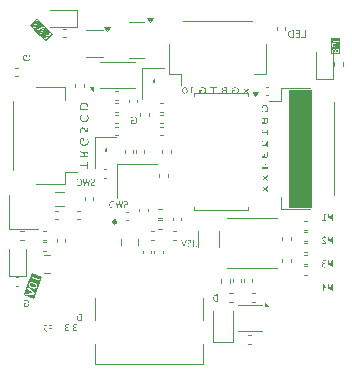
<source format=gbr>
%TF.GenerationSoftware,KiCad,Pcbnew,9.0.5*%
%TF.CreationDate,2025-10-07T19:58:40+02:00*%
%TF.ProjectId,Kolibri v0.6,4b6f6c69-6272-4692-9076-302e362e6b69,rev?*%
%TF.SameCoordinates,Original*%
%TF.FileFunction,Legend,Bot*%
%TF.FilePolarity,Positive*%
%FSLAX46Y46*%
G04 Gerber Fmt 4.6, Leading zero omitted, Abs format (unit mm)*
G04 Created by KiCad (PCBNEW 9.0.5) date 2025-10-07 19:58:40*
%MOMM*%
%LPD*%
G01*
G04 APERTURE LIST*
%ADD10C,0.100000*%
%ADD11C,0.120000*%
%ADD12C,0.250000*%
G04 APERTURE END LIST*
G36*
X109800000Y-92250000D02*
G01*
X111800000Y-92250000D01*
X111800000Y-102250000D01*
X109800000Y-102250000D01*
X109800000Y-92250000D01*
G37*
D10*
G36*
X113668182Y-88860328D02*
G01*
X113695443Y-88870361D01*
X113715672Y-88886123D01*
X113729767Y-88907271D01*
X113739193Y-88936652D01*
X113742746Y-88976866D01*
X113742746Y-88986236D01*
X113742746Y-89098572D01*
X113519997Y-89098572D01*
X113519997Y-88976866D01*
X113523596Y-88936685D01*
X113533154Y-88907303D01*
X113547474Y-88886123D01*
X113567957Y-88870329D01*
X113595265Y-88860309D01*
X113631591Y-88856637D01*
X113668182Y-88860328D01*
G37*
G36*
X113932946Y-88879459D02*
G01*
X113955573Y-88888618D01*
X113972933Y-88903385D01*
X113984897Y-88922752D01*
X113992941Y-88949601D01*
X113995977Y-88986236D01*
X113995977Y-89098572D01*
X113810743Y-89098572D01*
X113810743Y-88986236D01*
X113813754Y-88949583D01*
X113821726Y-88922735D01*
X113833568Y-88903385D01*
X113850829Y-88888643D01*
X113873508Y-88879473D01*
X113903360Y-88876149D01*
X113932946Y-88879459D01*
G37*
G36*
X113684128Y-88458036D02*
G01*
X113681068Y-88514467D01*
X113673439Y-88551344D01*
X113663099Y-88574134D01*
X113651092Y-88587957D01*
X113635689Y-88597887D01*
X113616169Y-88604169D01*
X113591364Y-88606441D01*
X113565627Y-88603592D01*
X113544635Y-88595509D01*
X113527287Y-88582227D01*
X113514519Y-88564875D01*
X113506476Y-88543277D01*
X113503584Y-88516270D01*
X113506521Y-88488311D01*
X113514964Y-88464080D01*
X113528764Y-88442826D01*
X113548317Y-88424050D01*
X113571553Y-88409333D01*
X113598614Y-88398516D01*
X113630212Y-88391701D01*
X113667239Y-88389291D01*
X113684128Y-88389291D01*
X113684128Y-88458036D01*
G37*
G36*
X114130641Y-89241137D02*
G01*
X113373609Y-89241137D01*
X113373609Y-88973104D01*
X113452000Y-88973104D01*
X113452000Y-88976866D01*
X113452000Y-89174470D01*
X114063974Y-89174470D01*
X114063974Y-88980627D01*
X114061085Y-88936582D01*
X114053087Y-88900454D01*
X114040747Y-88870919D01*
X114024480Y-88846864D01*
X114002888Y-88826486D01*
X113977534Y-88812000D01*
X113947671Y-88803038D01*
X113912153Y-88799881D01*
X113875401Y-88802845D01*
X113845998Y-88811052D01*
X113822430Y-88823927D01*
X113803486Y-88841871D01*
X113789597Y-88865013D01*
X113780885Y-88894586D01*
X113768550Y-88859075D01*
X113750357Y-88830473D01*
X113726333Y-88807605D01*
X113697065Y-88790674D01*
X113662957Y-88780259D01*
X113622762Y-88776608D01*
X113582806Y-88780060D01*
X113549221Y-88789849D01*
X113520739Y-88805624D01*
X113496513Y-88827722D01*
X113478122Y-88853988D01*
X113464224Y-88886138D01*
X113455240Y-88925365D01*
X113452000Y-88973104D01*
X113373609Y-88973104D01*
X113373609Y-88534707D01*
X113440276Y-88534707D01*
X113443001Y-88566769D01*
X113450718Y-88594062D01*
X113463026Y-88617418D01*
X113479916Y-88637472D01*
X113501016Y-88653888D01*
X113525302Y-88665692D01*
X113553397Y-88673018D01*
X113586162Y-88675589D01*
X113624258Y-88672323D01*
X113655650Y-88663144D01*
X113681692Y-88648479D01*
X113703289Y-88628069D01*
X113719303Y-88603814D01*
X113731652Y-88573077D01*
X113739776Y-88534437D01*
X113742746Y-88486212D01*
X113742746Y-88389291D01*
X113750220Y-88389291D01*
X113783557Y-88393027D01*
X113810045Y-88403523D01*
X113831296Y-88420658D01*
X113846560Y-88443013D01*
X113856391Y-88471793D01*
X113859983Y-88508780D01*
X113857625Y-88544475D01*
X113850604Y-88579037D01*
X113838913Y-88612493D01*
X113822467Y-88644793D01*
X113892809Y-88644793D01*
X113906298Y-88606912D01*
X113915670Y-88571145D01*
X113921420Y-88535610D01*
X113923290Y-88501661D01*
X113919547Y-88455851D01*
X113909205Y-88418906D01*
X113893152Y-88389146D01*
X113871633Y-88365279D01*
X113844627Y-88346687D01*
X113810630Y-88332635D01*
X113768087Y-88323499D01*
X113715049Y-88320176D01*
X113452000Y-88320176D01*
X113452000Y-88389291D01*
X113522341Y-88389291D01*
X113496200Y-88406811D01*
X113475728Y-88426428D01*
X113460279Y-88448297D01*
X113449529Y-88472495D01*
X113442702Y-88501021D01*
X113441604Y-88516270D01*
X113440276Y-88534707D01*
X113373609Y-88534707D01*
X113373609Y-88037740D01*
X113452000Y-88037740D01*
X113454637Y-88079227D01*
X113461611Y-88109986D01*
X113471818Y-88132340D01*
X113484643Y-88148196D01*
X113501734Y-88160182D01*
X113525806Y-88169689D01*
X113558900Y-88176172D01*
X113603528Y-88178622D01*
X113852949Y-88178622D01*
X113852949Y-88229367D01*
X113911567Y-88229367D01*
X113911567Y-88178622D01*
X114042872Y-88178622D01*
X114042872Y-88109138D01*
X113911567Y-88109138D01*
X113911567Y-87966745D01*
X113852949Y-87966745D01*
X113852949Y-88109138D01*
X113603528Y-88109138D01*
X113565739Y-88106989D01*
X113543406Y-88101833D01*
X113531317Y-88095067D01*
X113523378Y-88084438D01*
X113517630Y-88066441D01*
X113515307Y-88037740D01*
X113515307Y-87966745D01*
X113452000Y-87966745D01*
X113452000Y-88037740D01*
X113373609Y-88037740D01*
X113373609Y-87900078D01*
X114130641Y-87900078D01*
X114130641Y-89241137D01*
G37*
G36*
X113555726Y-106686025D02*
G01*
X113452930Y-106686025D01*
X113322779Y-107102837D01*
X113191987Y-106686025D01*
X113089161Y-106686025D01*
X113089161Y-107298000D01*
X113156450Y-107298000D01*
X113156450Y-106760690D01*
X113287944Y-107180763D01*
X113357278Y-107180763D01*
X113488803Y-106760690D01*
X113488803Y-107298000D01*
X113555726Y-107298000D01*
X113555726Y-106686025D01*
G37*
G36*
X112736779Y-106968052D02*
G01*
X112705339Y-106980012D01*
X112679886Y-106997643D01*
X112659416Y-107020918D01*
X112644149Y-107049259D01*
X112634824Y-107081923D01*
X112631572Y-107120056D01*
X112635071Y-107164293D01*
X112645001Y-107201535D01*
X112661025Y-107233179D01*
X112683504Y-107260154D01*
X112710184Y-107280635D01*
X112742825Y-107296112D01*
X112782632Y-107306116D01*
X112831057Y-107309723D01*
X112863343Y-107307852D01*
X112897155Y-107302103D01*
X112931227Y-107292729D01*
X112967345Y-107279242D01*
X112967345Y-107199521D01*
X112937518Y-107216740D01*
X112904513Y-107229343D01*
X112869826Y-107236837D01*
X112833103Y-107239381D01*
X112790432Y-107235423D01*
X112758247Y-107224795D01*
X112734215Y-107208753D01*
X112719517Y-107191949D01*
X112709042Y-107171981D01*
X112702535Y-107148218D01*
X112700235Y-107119690D01*
X112702343Y-107093398D01*
X112708353Y-107071062D01*
X112718100Y-107051888D01*
X112731834Y-107035353D01*
X112754254Y-107019164D01*
X112783001Y-107008721D01*
X112819792Y-107004908D01*
X112879204Y-107004908D01*
X112879204Y-106936911D01*
X112817044Y-106936911D01*
X112783613Y-106933772D01*
X112758256Y-106925319D01*
X112739191Y-106912511D01*
X112724364Y-106894145D01*
X112715385Y-106871197D01*
X112712203Y-106842206D01*
X112715480Y-106812434D01*
X112724738Y-106788811D01*
X112740046Y-106769849D01*
X112759728Y-106756591D01*
X112785722Y-106747872D01*
X112819792Y-106744643D01*
X112848559Y-106746289D01*
X112880577Y-106751494D01*
X112913651Y-106759944D01*
X112951957Y-106772780D01*
X112951957Y-106700093D01*
X112913133Y-106688606D01*
X112878349Y-106680749D01*
X112844453Y-106675858D01*
X112813624Y-106674301D01*
X112774096Y-106677348D01*
X112740844Y-106685893D01*
X112712858Y-106699287D01*
X112689305Y-106717239D01*
X112669219Y-106740689D01*
X112655127Y-106767356D01*
X112646531Y-106797887D01*
X112643540Y-106833303D01*
X112646362Y-106866197D01*
X112654480Y-106894564D01*
X112667811Y-106919362D01*
X112685649Y-106939844D01*
X112708317Y-106956109D01*
X112736779Y-106968052D01*
G37*
G36*
X92293828Y-111848000D02*
G01*
X92152075Y-111848000D01*
X92090482Y-111844354D01*
X92039460Y-111834248D01*
X91997410Y-111818715D01*
X91962928Y-111798457D01*
X91934852Y-111773811D01*
X91911084Y-111742890D01*
X91892029Y-111705454D01*
X91877693Y-111660404D01*
X91868483Y-111606293D01*
X91865182Y-111541389D01*
X91937935Y-111541389D01*
X91940309Y-111592661D01*
X91946900Y-111635141D01*
X91957082Y-111670214D01*
X91970474Y-111699063D01*
X91986967Y-111722630D01*
X92006942Y-111741823D01*
X92031468Y-111757488D01*
X92061366Y-111769445D01*
X92097654Y-111777204D01*
X92141512Y-111780002D01*
X92224829Y-111780002D01*
X92224829Y-111304022D01*
X92141512Y-111304022D01*
X92097644Y-111306812D01*
X92061350Y-111314550D01*
X92031453Y-111326472D01*
X92006933Y-111342087D01*
X91986967Y-111361211D01*
X91970456Y-111384706D01*
X91957061Y-111413429D01*
X91946886Y-111448304D01*
X91940304Y-111490502D01*
X91937935Y-111541389D01*
X91865182Y-111541389D01*
X91868465Y-111476842D01*
X91877627Y-111423000D01*
X91891892Y-111378150D01*
X91910856Y-111340855D01*
X91934516Y-111310030D01*
X91962443Y-111285489D01*
X91996854Y-111265289D01*
X92038939Y-111249778D01*
X92090134Y-111239674D01*
X92152075Y-111236025D01*
X92293828Y-111236025D01*
X92293828Y-111848000D01*
G37*
G36*
X91501931Y-111322780D02*
G01*
X91501931Y-111550219D01*
X91311697Y-111550219D01*
X91311697Y-111620561D01*
X91501931Y-111620561D01*
X91501931Y-111848000D01*
X91559328Y-111848000D01*
X91559328Y-111620561D01*
X91749563Y-111620561D01*
X91749563Y-111550219D01*
X91559328Y-111550219D01*
X91559328Y-111322780D01*
X91501931Y-111322780D01*
G37*
G36*
X105950905Y-92182027D02*
G01*
X106130737Y-92368384D01*
X105941577Y-92565000D01*
X106037943Y-92565000D01*
X106182691Y-92414546D01*
X106327438Y-92565000D01*
X106423804Y-92565000D01*
X106230636Y-92364629D01*
X106407373Y-92182027D01*
X106311007Y-92182027D01*
X106179159Y-92318467D01*
X106047271Y-92182027D01*
X105950905Y-92182027D01*
G37*
G36*
X105081269Y-92492276D02*
G01*
X105081269Y-92355928D01*
X105227802Y-92355928D01*
X105227802Y-92299263D01*
X104992483Y-92299263D01*
X104992483Y-92517433D01*
X105028182Y-92534732D01*
X105066294Y-92548996D01*
X105107067Y-92560267D01*
X105171092Y-92571070D01*
X105240701Y-92574769D01*
X105303323Y-92571650D01*
X105357843Y-92562768D01*
X105405471Y-92548611D01*
X105447208Y-92529356D01*
X105483799Y-92504855D01*
X105514243Y-92475975D01*
X105538372Y-92442793D01*
X105556236Y-92404673D01*
X105567504Y-92360797D01*
X105571473Y-92310193D01*
X105567499Y-92259422D01*
X105556222Y-92215432D01*
X105538352Y-92177247D01*
X105514226Y-92144038D01*
X105483799Y-92115165D01*
X105447209Y-92090665D01*
X105405469Y-92071410D01*
X105357833Y-92057253D01*
X105303301Y-92048370D01*
X105240662Y-92045251D01*
X105176950Y-92048401D01*
X105117465Y-92057646D01*
X105061120Y-92073021D01*
X105009788Y-92094099D01*
X105009788Y-92168349D01*
X105044180Y-92147851D01*
X105079356Y-92131362D01*
X105115481Y-92118615D01*
X105153277Y-92109362D01*
X105192388Y-92103792D01*
X105233121Y-92101915D01*
X105282629Y-92104333D01*
X105324578Y-92111132D01*
X105360153Y-92121819D01*
X105390333Y-92136171D01*
X105415851Y-92154244D01*
X105440992Y-92181426D01*
X105460027Y-92215430D01*
X105472400Y-92257741D01*
X105476893Y-92310193D01*
X105472406Y-92362441D01*
X105460043Y-92404635D01*
X105441009Y-92438590D01*
X105415851Y-92465776D01*
X105390317Y-92483851D01*
X105360127Y-92498203D01*
X105324551Y-92508890D01*
X105282609Y-92515688D01*
X105233121Y-92518105D01*
X105186956Y-92516441D01*
X105148344Y-92511816D01*
X105112489Y-92503660D01*
X105081269Y-92492276D01*
G37*
G36*
X104539468Y-92565000D02*
G01*
X104449770Y-92565000D01*
X104449770Y-92350066D01*
X104352094Y-92350066D01*
X104317147Y-92352165D01*
X104289615Y-92357911D01*
X104267992Y-92366766D01*
X104249650Y-92379556D01*
X104228559Y-92401126D01*
X104204251Y-92434543D01*
X104119434Y-92565000D01*
X104023068Y-92565000D01*
X104114116Y-92426025D01*
X104143030Y-92385957D01*
X104168967Y-92358584D01*
X104197829Y-92337637D01*
X104225127Y-92326527D01*
X104190242Y-92315800D01*
X104162420Y-92301104D01*
X104140549Y-92282349D01*
X104124816Y-92260114D01*
X104114953Y-92233732D01*
X104111457Y-92202238D01*
X104111460Y-92202207D01*
X104205997Y-92202207D01*
X104210079Y-92231065D01*
X104221305Y-92253223D01*
X104239098Y-92270259D01*
X104262937Y-92282489D01*
X104294771Y-92290454D01*
X104337012Y-92293401D01*
X104449770Y-92293401D01*
X104449770Y-92111685D01*
X104337012Y-92111685D01*
X104294733Y-92114595D01*
X104262901Y-92122452D01*
X104239098Y-92134491D01*
X104221322Y-92151325D01*
X104210089Y-92173358D01*
X104205997Y-92202207D01*
X104111460Y-92202207D01*
X104115426Y-92165497D01*
X104126466Y-92135655D01*
X104143802Y-92111368D01*
X104167419Y-92091657D01*
X104196264Y-92076715D01*
X104232912Y-92065272D01*
X104279120Y-92057764D01*
X104337012Y-92055020D01*
X104539468Y-92055020D01*
X104539468Y-92565000D01*
G37*
G36*
X103710593Y-92055020D02*
G01*
X103149781Y-92055020D01*
X103149781Y-92113639D01*
X103385140Y-92113639D01*
X103385140Y-92565000D01*
X103475274Y-92565000D01*
X103475274Y-92113639D01*
X103710593Y-92113639D01*
X103710593Y-92055020D01*
G37*
G36*
X102322057Y-92492276D02*
G01*
X102322057Y-92355928D01*
X102468591Y-92355928D01*
X102468591Y-92299263D01*
X102233272Y-92299263D01*
X102233272Y-92517433D01*
X102268970Y-92534732D01*
X102307083Y-92548996D01*
X102347855Y-92560267D01*
X102411881Y-92571070D01*
X102481490Y-92574769D01*
X102544111Y-92571650D01*
X102598631Y-92562768D01*
X102646259Y-92548611D01*
X102687997Y-92529356D01*
X102724588Y-92504855D01*
X102755032Y-92475975D01*
X102779160Y-92442793D01*
X102797025Y-92404673D01*
X102808293Y-92360797D01*
X102812262Y-92310193D01*
X102808288Y-92259422D01*
X102797011Y-92215432D01*
X102779140Y-92177247D01*
X102755015Y-92144038D01*
X102724588Y-92115165D01*
X102687998Y-92090665D01*
X102646257Y-92071410D01*
X102598622Y-92057253D01*
X102544090Y-92048370D01*
X102481450Y-92045251D01*
X102417738Y-92048401D01*
X102358254Y-92057646D01*
X102301908Y-92073021D01*
X102250577Y-92094099D01*
X102250577Y-92168349D01*
X102284968Y-92147851D01*
X102320144Y-92131362D01*
X102356270Y-92118615D01*
X102394066Y-92109362D01*
X102433177Y-92103792D01*
X102473909Y-92101915D01*
X102523417Y-92104333D01*
X102565367Y-92111132D01*
X102600941Y-92121819D01*
X102631122Y-92136171D01*
X102656639Y-92154244D01*
X102681780Y-92181426D01*
X102700815Y-92215430D01*
X102713188Y-92257741D01*
X102717682Y-92310193D01*
X102713194Y-92362441D01*
X102700831Y-92404635D01*
X102681797Y-92438590D01*
X102656639Y-92465776D01*
X102631106Y-92483851D01*
X102600916Y-92498203D01*
X102565339Y-92508890D01*
X102523398Y-92515688D01*
X102473909Y-92518105D01*
X102427744Y-92516441D01*
X102389132Y-92511816D01*
X102353278Y-92503660D01*
X102322057Y-92492276D01*
G37*
G36*
X101756721Y-92506381D02*
G01*
X101610187Y-92506381D01*
X101610187Y-92117547D01*
X101769620Y-92142948D01*
X101769620Y-92080422D01*
X101611100Y-92055020D01*
X101521402Y-92055020D01*
X101521402Y-92506381D01*
X101374868Y-92506381D01*
X101374868Y-92565000D01*
X101756721Y-92565000D01*
X101756721Y-92506381D01*
G37*
G36*
X101045651Y-92048134D02*
G01*
X101083633Y-92056395D01*
X101116943Y-92069781D01*
X101146345Y-92088483D01*
X101172254Y-92113120D01*
X101196081Y-92147361D01*
X101214520Y-92190356D01*
X101226650Y-92243930D01*
X101231073Y-92310193D01*
X101226655Y-92376248D01*
X101214534Y-92429711D01*
X101196096Y-92472670D01*
X101172254Y-92506931D01*
X101146347Y-92531555D01*
X101116946Y-92550248D01*
X101083636Y-92563629D01*
X101045653Y-92571887D01*
X101001946Y-92574769D01*
X100958238Y-92571887D01*
X100920259Y-92563628D01*
X100886958Y-92550247D01*
X100857569Y-92531554D01*
X100831678Y-92506931D01*
X100807818Y-92472668D01*
X100789368Y-92429708D01*
X100777239Y-92376246D01*
X100772819Y-92310193D01*
X100862517Y-92310193D01*
X100865246Y-92364784D01*
X100872630Y-92407982D01*
X100883621Y-92441691D01*
X100897404Y-92467608D01*
X100917868Y-92491325D01*
X100941652Y-92507289D01*
X100969260Y-92516777D01*
X101001946Y-92520059D01*
X101034402Y-92516786D01*
X101061877Y-92507312D01*
X101085610Y-92491351D01*
X101106091Y-92467608D01*
X101119858Y-92441693D01*
X101130836Y-92407985D01*
X101138213Y-92364785D01*
X101140939Y-92310193D01*
X101138209Y-92255391D01*
X101130826Y-92212082D01*
X101119847Y-92178338D01*
X101106091Y-92152443D01*
X101085607Y-92128683D01*
X101061874Y-92112713D01*
X101034399Y-92103235D01*
X101001946Y-92099961D01*
X100969263Y-92103244D01*
X100941656Y-92112737D01*
X100917870Y-92128709D01*
X100897404Y-92152443D01*
X100883632Y-92178340D01*
X100872640Y-92212084D01*
X100865249Y-92255393D01*
X100862517Y-92310193D01*
X100772819Y-92310193D01*
X100777245Y-92243933D01*
X100789382Y-92190359D01*
X100807833Y-92147363D01*
X100831678Y-92113120D01*
X100857571Y-92088484D01*
X100886961Y-92069782D01*
X100920263Y-92056396D01*
X100958240Y-92048134D01*
X101001946Y-92045251D01*
X101045651Y-92048134D01*
G37*
G36*
X91622299Y-112368052D02*
G01*
X91590858Y-112380012D01*
X91565405Y-112397643D01*
X91544935Y-112420918D01*
X91529669Y-112449259D01*
X91520343Y-112481923D01*
X91517091Y-112520056D01*
X91520590Y-112564293D01*
X91530520Y-112601535D01*
X91546544Y-112633179D01*
X91569023Y-112660154D01*
X91595703Y-112680635D01*
X91628345Y-112696112D01*
X91668152Y-112706116D01*
X91716577Y-112709723D01*
X91748862Y-112707852D01*
X91782675Y-112702103D01*
X91816747Y-112692729D01*
X91852864Y-112679242D01*
X91852864Y-112599521D01*
X91823037Y-112616740D01*
X91790033Y-112629343D01*
X91755346Y-112636837D01*
X91718622Y-112639381D01*
X91675951Y-112635423D01*
X91643766Y-112624795D01*
X91619734Y-112608753D01*
X91605036Y-112591949D01*
X91594561Y-112571981D01*
X91588055Y-112548218D01*
X91585754Y-112519690D01*
X91587863Y-112493398D01*
X91593873Y-112471062D01*
X91603619Y-112451888D01*
X91617353Y-112435353D01*
X91639774Y-112419164D01*
X91668520Y-112408721D01*
X91705311Y-112404908D01*
X91764723Y-112404908D01*
X91764723Y-112336911D01*
X91702563Y-112336911D01*
X91669132Y-112333772D01*
X91643775Y-112325319D01*
X91624711Y-112312511D01*
X91609883Y-112294145D01*
X91600904Y-112271197D01*
X91597722Y-112242206D01*
X91600999Y-112212434D01*
X91610258Y-112188811D01*
X91625566Y-112169849D01*
X91645248Y-112156591D01*
X91671241Y-112147872D01*
X91705311Y-112144643D01*
X91734079Y-112146289D01*
X91766097Y-112151494D01*
X91799170Y-112159944D01*
X91837477Y-112172780D01*
X91837477Y-112100093D01*
X91798652Y-112088606D01*
X91763868Y-112080749D01*
X91729972Y-112075858D01*
X91699144Y-112074301D01*
X91659615Y-112077348D01*
X91626363Y-112085893D01*
X91598377Y-112099287D01*
X91574824Y-112117239D01*
X91554738Y-112140689D01*
X91540646Y-112167356D01*
X91532050Y-112197887D01*
X91529059Y-112233303D01*
X91531881Y-112266197D01*
X91539999Y-112294564D01*
X91553331Y-112319362D01*
X91571168Y-112339844D01*
X91593837Y-112356109D01*
X91622299Y-112368052D01*
G37*
G36*
X91386330Y-112594831D02*
G01*
X91314247Y-112594831D01*
X91314247Y-112698000D01*
X91386330Y-112698000D01*
X91386330Y-112594831D01*
G37*
G36*
X90955027Y-112368052D02*
G01*
X90923586Y-112380012D01*
X90898134Y-112397643D01*
X90877663Y-112420918D01*
X90862397Y-112449259D01*
X90853072Y-112481923D01*
X90849820Y-112520056D01*
X90853319Y-112564293D01*
X90863249Y-112601535D01*
X90879273Y-112633179D01*
X90901752Y-112660154D01*
X90928432Y-112680635D01*
X90961073Y-112696112D01*
X91000880Y-112706116D01*
X91049305Y-112709723D01*
X91081590Y-112707852D01*
X91115403Y-112702103D01*
X91149475Y-112692729D01*
X91185593Y-112679242D01*
X91185593Y-112599521D01*
X91155766Y-112616740D01*
X91122761Y-112629343D01*
X91088074Y-112636837D01*
X91051351Y-112639381D01*
X91008679Y-112635423D01*
X90976495Y-112624795D01*
X90952463Y-112608753D01*
X90937765Y-112591949D01*
X90927290Y-112571981D01*
X90920783Y-112548218D01*
X90918482Y-112519690D01*
X90920591Y-112493398D01*
X90926601Y-112471062D01*
X90936348Y-112451888D01*
X90950081Y-112435353D01*
X90972502Y-112419164D01*
X91001249Y-112408721D01*
X91038039Y-112404908D01*
X91097451Y-112404908D01*
X91097451Y-112336911D01*
X91035292Y-112336911D01*
X91001861Y-112333772D01*
X90976504Y-112325319D01*
X90957439Y-112312511D01*
X90942612Y-112294145D01*
X90933633Y-112271197D01*
X90930450Y-112242206D01*
X90933728Y-112212434D01*
X90942986Y-112188811D01*
X90958294Y-112169849D01*
X90977976Y-112156591D01*
X91003970Y-112147872D01*
X91038039Y-112144643D01*
X91066807Y-112146289D01*
X91098825Y-112151494D01*
X91131898Y-112159944D01*
X91170205Y-112172780D01*
X91170205Y-112100093D01*
X91131381Y-112088606D01*
X91096597Y-112080749D01*
X91062701Y-112075858D01*
X91031872Y-112074301D01*
X90992344Y-112077348D01*
X90959092Y-112085893D01*
X90931105Y-112099287D01*
X90907553Y-112117239D01*
X90887467Y-112140689D01*
X90873375Y-112167356D01*
X90864779Y-112197887D01*
X90861788Y-112233303D01*
X90864610Y-112266197D01*
X90872728Y-112294564D01*
X90886059Y-112319362D01*
X90903897Y-112339844D01*
X90926565Y-112356109D01*
X90955027Y-112368052D01*
G37*
G36*
X113555726Y-104686025D02*
G01*
X113452930Y-104686025D01*
X113322779Y-105102837D01*
X113191987Y-104686025D01*
X113089161Y-104686025D01*
X113089161Y-105298000D01*
X113156450Y-105298000D01*
X113156450Y-104760690D01*
X113287944Y-105180763D01*
X113357278Y-105180763D01*
X113488803Y-104760690D01*
X113488803Y-105298000D01*
X113555726Y-105298000D01*
X113555726Y-104686025D01*
G37*
G36*
X112886378Y-105227658D02*
G01*
X112645585Y-105227658D01*
X112645585Y-105298000D01*
X112969390Y-105298000D01*
X112969390Y-105227658D01*
X112862320Y-105096866D01*
X112777110Y-104991060D01*
X112747344Y-104947209D01*
X112730826Y-104915552D01*
X112720835Y-104884325D01*
X112717667Y-104854772D01*
X112720943Y-104823815D01*
X112730385Y-104797730D01*
X112746183Y-104775344D01*
X112766530Y-104758637D01*
X112790925Y-104748301D01*
X112820463Y-104744643D01*
X112853171Y-104747861D01*
X112888973Y-104758015D01*
X112925143Y-104774267D01*
X112965971Y-104798572D01*
X112965971Y-104714161D01*
X112924705Y-104696473D01*
X112888118Y-104684376D01*
X112852529Y-104676682D01*
X112821837Y-104674301D01*
X112782225Y-104677618D01*
X112748581Y-104686977D01*
X112719925Y-104701782D01*
X112695472Y-104721855D01*
X112674888Y-104747567D01*
X112660346Y-104776786D01*
X112651437Y-104810214D01*
X112648333Y-104848910D01*
X112651299Y-104885765D01*
X112660118Y-104920461D01*
X112675391Y-104954793D01*
X112702982Y-105000182D01*
X112757296Y-105068839D01*
X112886378Y-105227658D01*
G37*
G36*
X107942276Y-94049577D02*
G01*
X107805928Y-94049577D01*
X107805928Y-93887263D01*
X107749263Y-93887263D01*
X107749263Y-94147923D01*
X107967433Y-94147923D01*
X107984732Y-94108381D01*
X107998996Y-94066164D01*
X108010267Y-94021000D01*
X108021070Y-93950080D01*
X108024769Y-93872974D01*
X108021650Y-93803609D01*
X108012768Y-93743218D01*
X107998611Y-93690460D01*
X107979356Y-93644228D01*
X107954855Y-93603697D01*
X107925975Y-93569974D01*
X107892793Y-93543247D01*
X107854673Y-93523459D01*
X107810797Y-93510978D01*
X107760193Y-93506581D01*
X107709422Y-93510983D01*
X107665432Y-93523474D01*
X107627247Y-93543269D01*
X107594038Y-93569993D01*
X107565165Y-93603697D01*
X107540665Y-93644227D01*
X107521410Y-93690463D01*
X107507253Y-93743228D01*
X107498370Y-93803633D01*
X107495251Y-93873018D01*
X107498401Y-93943591D01*
X107507646Y-94009482D01*
X107523021Y-94071896D01*
X107544099Y-94128755D01*
X107618349Y-94128755D01*
X107597851Y-94090660D01*
X107581362Y-94051695D01*
X107568615Y-94011680D01*
X107559362Y-93969813D01*
X107553792Y-93926490D01*
X107551915Y-93881371D01*
X107554333Y-93826532D01*
X107561132Y-93780065D01*
X107571819Y-93740659D01*
X107586171Y-93707228D01*
X107604244Y-93678963D01*
X107631426Y-93651114D01*
X107665430Y-93630029D01*
X107707741Y-93616324D01*
X107760193Y-93611346D01*
X107812441Y-93616317D01*
X107854635Y-93630012D01*
X107888590Y-93651095D01*
X107915776Y-93678963D01*
X107933851Y-93707246D01*
X107948203Y-93740687D01*
X107958890Y-93780095D01*
X107965688Y-93826553D01*
X107968105Y-93881371D01*
X107966441Y-93932508D01*
X107961816Y-93975278D01*
X107953660Y-94014994D01*
X107942276Y-94049577D01*
G37*
G36*
X108015000Y-94913332D02*
G01*
X108012299Y-94975827D01*
X108004813Y-95027178D01*
X107993231Y-95069266D01*
X107977905Y-95103651D01*
X107957716Y-95132579D01*
X107933982Y-95153230D01*
X107905994Y-95166044D01*
X107872698Y-95170563D01*
X107839202Y-95165784D01*
X107810778Y-95152150D01*
X107786388Y-95129985D01*
X107766368Y-95100050D01*
X107751208Y-95062606D01*
X107740928Y-95016119D01*
X107733668Y-95054833D01*
X107722094Y-95085128D01*
X107706307Y-95108618D01*
X107686667Y-95125473D01*
X107662165Y-95136216D01*
X107631538Y-95140096D01*
X107601940Y-95135964D01*
X107577054Y-95124232D01*
X107555925Y-95105269D01*
X107537932Y-95078591D01*
X107524377Y-95047102D01*
X107514093Y-95008437D01*
X107507428Y-94961143D01*
X107505020Y-94903484D01*
X107505020Y-94896142D01*
X107561685Y-94896142D01*
X107564215Y-94944100D01*
X107570919Y-94979247D01*
X107580888Y-95004600D01*
X107595355Y-95023932D01*
X107614210Y-95035922D01*
X107638866Y-95040255D01*
X107663743Y-95035904D01*
X107682642Y-95023899D01*
X107697026Y-95004600D01*
X107706894Y-94979269D01*
X107713537Y-94944124D01*
X107715405Y-94908408D01*
X107772711Y-94908408D01*
X107775672Y-94961052D01*
X107783527Y-94999514D01*
X107795273Y-95027198D01*
X107812130Y-95047832D01*
X107834847Y-95060966D01*
X107865340Y-95065798D01*
X107895612Y-95060991D01*
X107918368Y-95047874D01*
X107935437Y-95027198D01*
X107947371Y-94999472D01*
X107955336Y-94961007D01*
X107958335Y-94908408D01*
X107958335Y-94749083D01*
X107772711Y-94749083D01*
X107772711Y-94908408D01*
X107715405Y-94908408D01*
X107716046Y-94896142D01*
X107716046Y-94749083D01*
X107561685Y-94749083D01*
X107561685Y-94896142D01*
X107505020Y-94896142D01*
X107505020Y-94649725D01*
X108015000Y-94649725D01*
X108015000Y-94913332D01*
G37*
G36*
X107956381Y-95687313D02*
G01*
X107956381Y-95849627D01*
X107567547Y-95849627D01*
X107592948Y-95673025D01*
X107530422Y-95673025D01*
X107505020Y-95848616D01*
X107505020Y-95947974D01*
X107956381Y-95947974D01*
X107956381Y-96110288D01*
X108015000Y-96110288D01*
X108015000Y-95687313D01*
X107956381Y-95687313D01*
G37*
G36*
X107956381Y-96716547D02*
G01*
X107956381Y-97063289D01*
X108015000Y-97063289D01*
X108015000Y-96597010D01*
X107956381Y-96597010D01*
X107847388Y-96751191D01*
X107759216Y-96873893D01*
X107722674Y-96916757D01*
X107696293Y-96940542D01*
X107670271Y-96954930D01*
X107645643Y-96959491D01*
X107619846Y-96954774D01*
X107598108Y-96941178D01*
X107579453Y-96918429D01*
X107565531Y-96889129D01*
X107556917Y-96853999D01*
X107553869Y-96811465D01*
X107556551Y-96764366D01*
X107565013Y-96712810D01*
X107578556Y-96660727D01*
X107598810Y-96601934D01*
X107528468Y-96601934D01*
X107513728Y-96661356D01*
X107503647Y-96714041D01*
X107497235Y-96765291D01*
X107495251Y-96809487D01*
X107498015Y-96866528D01*
X107505814Y-96914975D01*
X107518152Y-96956239D01*
X107534879Y-96991452D01*
X107556306Y-97021094D01*
X107580655Y-97042034D01*
X107608512Y-97054863D01*
X107640758Y-97059332D01*
X107671471Y-97055062D01*
X107700384Y-97042362D01*
X107728994Y-97020368D01*
X107766818Y-96980637D01*
X107824032Y-96902426D01*
X107956381Y-96716547D01*
G37*
G36*
X107740043Y-97892840D02*
G01*
X107750010Y-97938115D01*
X107764703Y-97974767D01*
X107784098Y-98004244D01*
X107807716Y-98026228D01*
X107834936Y-98039656D01*
X107866714Y-98044339D01*
X107903578Y-98039301D01*
X107934613Y-98025001D01*
X107960982Y-98001927D01*
X107983462Y-97969557D01*
X108000529Y-97931138D01*
X108013427Y-97884135D01*
X108021763Y-97826812D01*
X108024769Y-97757080D01*
X108023210Y-97710590D01*
X108018419Y-97661899D01*
X108010607Y-97612835D01*
X107999368Y-97560826D01*
X107932934Y-97560826D01*
X107947283Y-97603777D01*
X107957786Y-97651304D01*
X107964031Y-97701253D01*
X107966151Y-97754135D01*
X107962852Y-97815581D01*
X107953996Y-97861927D01*
X107940628Y-97896533D01*
X107926624Y-97917698D01*
X107909984Y-97932783D01*
X107890182Y-97942152D01*
X107866408Y-97945465D01*
X107844498Y-97942429D01*
X107825885Y-97933774D01*
X107809907Y-97919739D01*
X107796127Y-97899963D01*
X107782636Y-97867676D01*
X107773934Y-97826282D01*
X107770757Y-97773303D01*
X107770757Y-97687750D01*
X107714092Y-97687750D01*
X107714092Y-97777260D01*
X107711476Y-97825400D01*
X107704432Y-97861914D01*
X107693759Y-97889367D01*
X107678454Y-97910719D01*
X107659331Y-97923648D01*
X107635171Y-97928231D01*
X107610362Y-97923511D01*
X107590675Y-97910180D01*
X107574874Y-97888136D01*
X107563826Y-97859794D01*
X107556560Y-97822363D01*
X107553869Y-97773303D01*
X107555241Y-97731877D01*
X107559578Y-97685771D01*
X107566620Y-97638146D01*
X107577316Y-97582984D01*
X107516744Y-97582984D01*
X107507171Y-97638891D01*
X107500624Y-97688981D01*
X107496548Y-97737791D01*
X107495251Y-97782184D01*
X107497790Y-97839104D01*
X107504911Y-97886988D01*
X107516072Y-97927288D01*
X107531032Y-97961204D01*
X107550574Y-97990128D01*
X107572797Y-98010420D01*
X107598239Y-98022799D01*
X107627752Y-98027106D01*
X107655164Y-98023042D01*
X107678803Y-98011352D01*
X107699468Y-97992154D01*
X107716537Y-97966469D01*
X107730090Y-97933826D01*
X107740043Y-97892840D01*
G37*
G36*
X107893855Y-98825662D02*
G01*
X108015000Y-98825662D01*
X108015000Y-98924537D01*
X107893855Y-98924537D01*
X107893855Y-99029302D01*
X107837191Y-99029302D01*
X107837191Y-98924537D01*
X107505020Y-98924537D01*
X107505020Y-98825662D01*
X107565104Y-98825662D01*
X107837191Y-98825662D01*
X107837191Y-98574849D01*
X107565104Y-98825662D01*
X107505020Y-98825662D01*
X107505020Y-98799592D01*
X107827390Y-98494176D01*
X107893855Y-98494176D01*
X107893855Y-98825662D01*
G37*
G36*
X107632027Y-99958695D02*
G01*
X107818384Y-99759496D01*
X108015000Y-99969027D01*
X108015000Y-99862283D01*
X107864546Y-99701947D01*
X108015000Y-99541612D01*
X108015000Y-99434868D01*
X107814629Y-99648839D01*
X107632027Y-99453069D01*
X107632027Y-99559812D01*
X107768467Y-99705860D01*
X107632027Y-99851951D01*
X107632027Y-99958695D01*
G37*
G36*
X107632027Y-100875251D02*
G01*
X107818384Y-100676051D01*
X108015000Y-100885582D01*
X108015000Y-100778838D01*
X107864546Y-100618503D01*
X108015000Y-100458167D01*
X108015000Y-100351423D01*
X107814629Y-100565394D01*
X107632027Y-100369624D01*
X107632027Y-100476368D01*
X107768467Y-100622415D01*
X107632027Y-100768507D01*
X107632027Y-100875251D01*
G37*
G36*
X87454736Y-110560732D02*
G01*
X87454736Y-110397113D01*
X87567454Y-110397113D01*
X87567454Y-110329116D01*
X87386439Y-110329116D01*
X87386439Y-110590920D01*
X87413899Y-110611678D01*
X87443217Y-110628795D01*
X87474580Y-110642321D01*
X87523831Y-110655284D01*
X87577376Y-110659723D01*
X87625546Y-110655980D01*
X87667485Y-110645321D01*
X87704122Y-110628334D01*
X87736228Y-110605228D01*
X87764374Y-110575826D01*
X87787793Y-110541171D01*
X87806353Y-110501352D01*
X87820095Y-110455608D01*
X87828763Y-110402956D01*
X87831816Y-110342232D01*
X87828759Y-110281306D01*
X87820085Y-110228519D01*
X87806338Y-110182696D01*
X87787780Y-110142846D01*
X87764374Y-110108198D01*
X87736228Y-110078798D01*
X87704120Y-110055692D01*
X87667477Y-110038704D01*
X87625530Y-110028044D01*
X87577345Y-110024301D01*
X87528336Y-110028081D01*
X87482579Y-110039175D01*
X87439236Y-110057626D01*
X87399750Y-110082919D01*
X87399750Y-110172019D01*
X87426206Y-110147422D01*
X87453264Y-110127635D01*
X87481053Y-110112338D01*
X87510127Y-110101235D01*
X87540212Y-110094551D01*
X87571545Y-110092298D01*
X87609628Y-110095199D01*
X87641897Y-110103358D01*
X87669262Y-110116183D01*
X87692477Y-110133405D01*
X87712106Y-110155093D01*
X87731445Y-110187712D01*
X87746088Y-110228516D01*
X87755606Y-110279289D01*
X87759062Y-110342232D01*
X87755610Y-110404929D01*
X87746100Y-110455562D01*
X87731459Y-110496308D01*
X87712106Y-110528931D01*
X87692465Y-110550621D01*
X87669242Y-110567844D01*
X87641876Y-110580668D01*
X87609613Y-110588826D01*
X87571545Y-110591726D01*
X87536033Y-110589729D01*
X87506332Y-110584179D01*
X87478751Y-110574392D01*
X87454736Y-110560732D01*
G37*
G36*
X113555726Y-102736025D02*
G01*
X113452930Y-102736025D01*
X113322779Y-103152837D01*
X113191987Y-102736025D01*
X113089161Y-102736025D01*
X113089161Y-103348000D01*
X113156450Y-103348000D01*
X113156450Y-102810690D01*
X113287944Y-103230763D01*
X113357278Y-103230763D01*
X113488803Y-102810690D01*
X113488803Y-103348000D01*
X113555726Y-103348000D01*
X113555726Y-102736025D01*
G37*
G36*
X112933853Y-103277658D02*
G01*
X112821135Y-103277658D01*
X112821135Y-102811056D01*
X112943775Y-102841538D01*
X112943775Y-102766506D01*
X112821837Y-102736025D01*
X112752838Y-102736025D01*
X112752838Y-103277658D01*
X112640120Y-103277658D01*
X112640120Y-103348000D01*
X112933853Y-103348000D01*
X112933853Y-103277658D01*
G37*
G36*
X87389267Y-89375683D02*
G01*
X87552886Y-89375683D01*
X87552886Y-89510945D01*
X87620883Y-89510945D01*
X87620883Y-89293727D01*
X87359079Y-89293727D01*
X87338321Y-89326679D01*
X87321204Y-89361860D01*
X87307678Y-89399497D01*
X87294715Y-89458597D01*
X87290276Y-89522851D01*
X87294019Y-89580656D01*
X87304678Y-89630982D01*
X87321665Y-89674946D01*
X87344771Y-89713473D01*
X87374173Y-89747250D01*
X87408828Y-89775352D01*
X87448647Y-89797624D01*
X87494391Y-89814115D01*
X87547043Y-89824515D01*
X87607767Y-89828179D01*
X87668693Y-89824511D01*
X87721480Y-89814102D01*
X87767303Y-89797606D01*
X87807153Y-89775336D01*
X87841801Y-89747250D01*
X87871201Y-89713474D01*
X87894307Y-89674944D01*
X87911295Y-89630973D01*
X87921955Y-89580636D01*
X87925698Y-89522815D01*
X87921918Y-89464004D01*
X87910824Y-89409095D01*
X87892373Y-89357084D01*
X87867080Y-89309701D01*
X87777980Y-89309701D01*
X87802577Y-89341447D01*
X87822364Y-89373917D01*
X87837661Y-89407264D01*
X87848764Y-89442152D01*
X87855448Y-89478255D01*
X87857701Y-89515854D01*
X87854800Y-89561554D01*
X87846641Y-89600276D01*
X87833816Y-89633114D01*
X87816594Y-89660973D01*
X87794906Y-89684528D01*
X87762287Y-89707735D01*
X87721483Y-89725306D01*
X87670710Y-89736727D01*
X87607767Y-89740875D01*
X87545070Y-89736733D01*
X87494437Y-89725320D01*
X87453691Y-89707751D01*
X87421068Y-89684528D01*
X87399378Y-89660959D01*
X87382155Y-89633091D01*
X87369331Y-89600251D01*
X87361173Y-89561536D01*
X87358273Y-89515854D01*
X87360270Y-89473240D01*
X87365820Y-89437598D01*
X87375607Y-89404502D01*
X87389267Y-89375683D01*
G37*
G36*
X89835101Y-87524054D02*
G01*
X89200909Y-88158246D01*
X88752471Y-87709808D01*
X88905021Y-87709808D01*
X88933979Y-87757719D01*
X88961932Y-87798635D01*
X88991453Y-87836225D01*
X89020687Y-87868028D01*
X89062332Y-87904645D01*
X89102299Y-87930514D01*
X89141053Y-87947170D01*
X89179179Y-87955676D01*
X89218408Y-87956215D01*
X89254358Y-87948166D01*
X89288054Y-87931489D01*
X89320232Y-87905233D01*
X89344574Y-87875303D01*
X89359940Y-87843865D01*
X89367199Y-87810211D01*
X89366438Y-87775656D01*
X89357415Y-87739797D01*
X89339091Y-87701769D01*
X89380083Y-87723027D01*
X89419825Y-87733679D01*
X89459290Y-87734742D01*
X89497783Y-87726475D01*
X89533961Y-87708761D01*
X89568639Y-87680522D01*
X89601669Y-87640564D01*
X89622561Y-87600011D01*
X89632803Y-87558043D01*
X89632803Y-87513537D01*
X89623287Y-87470229D01*
X89603742Y-87425148D01*
X89572588Y-87377488D01*
X89527626Y-87326574D01*
X89494121Y-87296157D01*
X89455905Y-87267427D01*
X89414442Y-87241430D01*
X89367562Y-87216802D01*
X89301796Y-87282569D01*
X89345528Y-87297890D01*
X89388597Y-87320167D01*
X89429118Y-87348323D01*
X89467572Y-87382578D01*
X89506548Y-87428086D01*
X89529642Y-87468714D01*
X89540199Y-87505739D01*
X89540886Y-87534152D01*
X89534784Y-87560994D01*
X89521621Y-87587039D01*
X89500364Y-87612851D01*
X89476587Y-87632454D01*
X89452211Y-87644930D01*
X89426745Y-87651099D01*
X89399508Y-87651144D01*
X89363957Y-87642304D01*
X89326885Y-87622461D01*
X89287318Y-87589186D01*
X89228504Y-87530371D01*
X89172409Y-87586466D01*
X89233944Y-87648001D01*
X89264449Y-87683686D01*
X89282578Y-87715761D01*
X89290885Y-87745200D01*
X89290412Y-87775029D01*
X89280370Y-87802849D01*
X89259604Y-87829916D01*
X89231799Y-87851232D01*
X89203145Y-87861555D01*
X89172348Y-87862044D01*
X89141927Y-87853497D01*
X89109001Y-87834957D01*
X89072611Y-87803894D01*
X89045490Y-87774057D01*
X89018087Y-87738067D01*
X88992318Y-87698355D01*
X88964985Y-87649845D01*
X88905021Y-87709808D01*
X88752471Y-87709808D01*
X88227610Y-87184947D01*
X88356948Y-87184947D01*
X88428306Y-87256304D01*
X89013282Y-86991153D01*
X88748494Y-87576492D01*
X88819519Y-87647517D01*
X89131970Y-86950261D01*
X89054537Y-86872828D01*
X88356948Y-87184947D01*
X88227610Y-87184947D01*
X87844074Y-86801411D01*
X87850119Y-86795366D01*
X87990579Y-86795366D01*
X88019536Y-86843276D01*
X88047490Y-86884192D01*
X88077010Y-86921783D01*
X88106244Y-86953586D01*
X88147889Y-86990203D01*
X88187856Y-87016072D01*
X88226610Y-87032727D01*
X88264736Y-87041234D01*
X88303966Y-87041773D01*
X88339915Y-87033724D01*
X88373612Y-87017047D01*
X88405789Y-86990791D01*
X88430132Y-86960861D01*
X88445497Y-86929423D01*
X88452757Y-86895768D01*
X88451996Y-86861213D01*
X88442972Y-86825355D01*
X88424649Y-86787326D01*
X88465640Y-86808585D01*
X88505382Y-86819236D01*
X88544848Y-86820300D01*
X88583341Y-86812032D01*
X88619519Y-86794318D01*
X88654196Y-86766079D01*
X88687226Y-86726122D01*
X88708119Y-86685568D01*
X88718361Y-86643601D01*
X88718361Y-86599094D01*
X88708845Y-86555787D01*
X88689300Y-86510705D01*
X88658145Y-86463046D01*
X88613183Y-86412131D01*
X88579679Y-86381714D01*
X88541463Y-86352984D01*
X88500000Y-86326988D01*
X88453119Y-86302360D01*
X88387353Y-86368126D01*
X88431085Y-86383448D01*
X88474155Y-86405724D01*
X88514675Y-86433880D01*
X88553129Y-86468136D01*
X88592106Y-86513643D01*
X88615200Y-86554272D01*
X88625756Y-86591296D01*
X88626443Y-86619709D01*
X88620341Y-86646552D01*
X88607178Y-86672596D01*
X88585921Y-86698409D01*
X88562144Y-86718011D01*
X88537768Y-86730488D01*
X88512302Y-86736656D01*
X88485066Y-86736702D01*
X88449515Y-86727862D01*
X88412443Y-86708019D01*
X88372876Y-86674744D01*
X88314061Y-86615929D01*
X88257966Y-86672023D01*
X88319501Y-86733558D01*
X88350006Y-86769243D01*
X88368135Y-86801318D01*
X88376442Y-86830757D01*
X88375970Y-86860587D01*
X88365927Y-86888407D01*
X88345161Y-86915474D01*
X88317356Y-86936789D01*
X88288703Y-86947113D01*
X88257906Y-86947601D01*
X88227484Y-86939054D01*
X88194559Y-86920515D01*
X88158168Y-86889451D01*
X88131048Y-86859614D01*
X88103645Y-86823625D01*
X88077875Y-86783913D01*
X88050542Y-86735402D01*
X87990579Y-86795366D01*
X87850119Y-86795366D01*
X88478266Y-86167219D01*
X89835101Y-87524054D01*
G37*
G36*
X102057043Y-104986025D02*
G01*
X101987708Y-104986025D01*
X101987708Y-105357188D01*
X101985378Y-105407873D01*
X101979121Y-105446872D01*
X101969817Y-105476465D01*
X101958002Y-105498568D01*
X101941960Y-105516494D01*
X101921331Y-105529879D01*
X101895043Y-105538557D01*
X101861648Y-105541726D01*
X101828457Y-105538563D01*
X101802290Y-105529894D01*
X101781721Y-105516512D01*
X101765691Y-105498568D01*
X101753863Y-105476462D01*
X101744550Y-105446868D01*
X101738287Y-105407870D01*
X101735955Y-105357188D01*
X101735955Y-104986025D01*
X101666620Y-104986025D01*
X101666620Y-105367410D01*
X101668940Y-105416640D01*
X101675449Y-105458332D01*
X101685622Y-105493607D01*
X101699157Y-105523423D01*
X101715988Y-105548540D01*
X101736418Y-105569569D01*
X101760534Y-105586354D01*
X101788916Y-105598894D01*
X101822322Y-105606883D01*
X101861648Y-105609723D01*
X101901143Y-105606879D01*
X101934664Y-105598882D01*
X101963118Y-105586336D01*
X101987269Y-105569554D01*
X102007706Y-105548540D01*
X102024525Y-105523425D01*
X102038051Y-105493610D01*
X102048219Y-105458335D01*
X102054724Y-105416642D01*
X102057043Y-105367410D01*
X102057043Y-104986025D01*
G37*
G36*
X101530424Y-104986025D02*
G01*
X101259559Y-104986025D01*
X101259559Y-105056367D01*
X101467227Y-105056367D01*
X101467227Y-105204781D01*
X101437185Y-105195475D01*
X101407112Y-105192361D01*
X101364655Y-105196253D01*
X101328666Y-105207250D01*
X101298024Y-105224731D01*
X101271863Y-105248635D01*
X101250412Y-105278603D01*
X101234965Y-105313314D01*
X101225356Y-105353698D01*
X101221976Y-105401042D01*
X101225488Y-105449853D01*
X101235410Y-105490849D01*
X101251268Y-105525505D01*
X101273206Y-105554878D01*
X101299877Y-105577814D01*
X101332063Y-105594892D01*
X101370868Y-105605811D01*
X101417676Y-105609723D01*
X101449896Y-105608130D01*
X101483102Y-105603275D01*
X101516545Y-105595332D01*
X101551918Y-105583931D01*
X101551918Y-105501866D01*
X101520566Y-105518441D01*
X101488384Y-105530112D01*
X101455001Y-105537018D01*
X101419050Y-105539381D01*
X101389587Y-105536790D01*
X101364656Y-105529483D01*
X101343486Y-105517907D01*
X101325474Y-105502159D01*
X101310582Y-105482206D01*
X101299912Y-105459154D01*
X101293297Y-105432388D01*
X101290975Y-105401042D01*
X101293298Y-105369695D01*
X101299913Y-105342937D01*
X101310583Y-105319897D01*
X101325474Y-105299962D01*
X101343488Y-105284198D01*
X101364662Y-105272612D01*
X101389603Y-105265297D01*
X101419080Y-105262703D01*
X101446639Y-105264554D01*
X101474249Y-105270140D01*
X101501635Y-105279439D01*
X101530424Y-105293184D01*
X101530424Y-104986025D01*
G37*
G36*
X100960728Y-105598000D02*
G01*
X101155420Y-104986025D01*
X101083338Y-104986025D01*
X100921802Y-105501279D01*
X100759899Y-104986025D01*
X100688153Y-104986025D01*
X100882509Y-105598000D01*
X100960728Y-105598000D01*
G37*
G36*
X95862900Y-101704782D02*
G01*
X95862900Y-101784503D01*
X95901966Y-101765550D01*
X95937028Y-101752776D01*
X95971688Y-101744853D01*
X96004317Y-101742298D01*
X96041403Y-101745639D01*
X96069763Y-101754654D01*
X96091267Y-101768310D01*
X96108208Y-101788028D01*
X96118294Y-101812199D01*
X96121828Y-101842279D01*
X96119345Y-101867986D01*
X96112484Y-101887762D01*
X96101495Y-101903022D01*
X96086734Y-101914203D01*
X96062289Y-101925426D01*
X96024467Y-101936142D01*
X95982793Y-101946436D01*
X95943861Y-101958035D01*
X95912708Y-101972565D01*
X95888076Y-101989559D01*
X95868915Y-102008792D01*
X95853187Y-102032352D01*
X95841797Y-102059608D01*
X95834688Y-102091272D01*
X95832187Y-102128300D01*
X95835592Y-102172080D01*
X95845181Y-102208308D01*
X95860522Y-102238499D01*
X95881890Y-102263671D01*
X95907310Y-102282483D01*
X95939113Y-102296884D01*
X95978655Y-102306298D01*
X96027550Y-102309723D01*
X96064222Y-102307294D01*
X96104579Y-102299648D01*
X96145508Y-102287381D01*
X96189117Y-102269863D01*
X96189117Y-102185452D01*
X96146838Y-102210290D01*
X96106807Y-102227548D01*
X96066458Y-102238247D01*
X96027550Y-102241726D01*
X95988696Y-102238153D01*
X95958952Y-102228502D01*
X95936356Y-102213846D01*
X95922328Y-102198437D01*
X95912445Y-102180430D01*
X95906371Y-102159316D01*
X95904238Y-102134271D01*
X95907000Y-102105385D01*
X95914746Y-102082308D01*
X95927289Y-102063710D01*
X95943938Y-102049491D01*
X95968381Y-102036586D01*
X96002943Y-102025571D01*
X96044953Y-102015679D01*
X96084369Y-102003901D01*
X96115181Y-101990083D01*
X96138859Y-101974686D01*
X96156663Y-101957977D01*
X96171378Y-101937088D01*
X96182072Y-101912451D01*
X96188784Y-101883321D01*
X96191163Y-101848690D01*
X96187996Y-101809182D01*
X96178950Y-101775431D01*
X96164249Y-101746283D01*
X96143505Y-101720976D01*
X96118896Y-101701476D01*
X96089458Y-101686924D01*
X96054260Y-101677625D01*
X96012163Y-101674301D01*
X95976203Y-101676182D01*
X95939074Y-101681921D01*
X95901789Y-101691332D01*
X95862900Y-101704782D01*
G37*
G36*
X95769996Y-101686025D02*
G01*
X95700326Y-101686025D01*
X95593073Y-102203331D01*
X95486156Y-101686025D01*
X95408639Y-101686025D01*
X95301386Y-102203331D01*
X95194469Y-101686025D01*
X95124463Y-101686025D01*
X95252537Y-102298000D01*
X95339305Y-102298000D01*
X95446894Y-101766771D01*
X95555490Y-102298000D01*
X95642257Y-102298000D01*
X95769996Y-101686025D01*
G37*
G36*
X95032871Y-102298000D02*
G01*
X94891119Y-102298000D01*
X94829526Y-102294354D01*
X94778504Y-102284248D01*
X94736454Y-102268715D01*
X94701972Y-102248457D01*
X94673896Y-102223811D01*
X94650127Y-102192890D01*
X94631073Y-102155454D01*
X94616736Y-102110404D01*
X94607526Y-102056293D01*
X94604225Y-101991389D01*
X94676979Y-101991389D01*
X94679352Y-102042661D01*
X94685943Y-102085141D01*
X94696125Y-102120214D01*
X94709518Y-102149063D01*
X94726011Y-102172630D01*
X94745986Y-102191823D01*
X94770511Y-102207488D01*
X94800409Y-102219445D01*
X94836698Y-102227204D01*
X94880556Y-102230002D01*
X94963873Y-102230002D01*
X94963873Y-101754022D01*
X94880556Y-101754022D01*
X94836687Y-101756812D01*
X94800394Y-101764550D01*
X94770497Y-101776472D01*
X94745977Y-101792087D01*
X94726011Y-101811211D01*
X94709500Y-101834706D01*
X94696105Y-101863429D01*
X94685930Y-101898304D01*
X94679348Y-101940502D01*
X94676979Y-101991389D01*
X94604225Y-101991389D01*
X94607508Y-101926842D01*
X94616671Y-101873000D01*
X94630936Y-101828150D01*
X94649900Y-101790855D01*
X94673560Y-101760030D01*
X94701486Y-101735489D01*
X94735897Y-101715289D01*
X94777983Y-101699778D01*
X94829178Y-101689674D01*
X94891119Y-101686025D01*
X95032871Y-101686025D01*
X95032871Y-102298000D01*
G37*
G36*
X93087743Y-99804782D02*
G01*
X93087743Y-99884503D01*
X93126809Y-99865550D01*
X93161871Y-99852776D01*
X93196531Y-99844853D01*
X93229160Y-99842298D01*
X93266246Y-99845639D01*
X93294606Y-99854654D01*
X93316110Y-99868310D01*
X93333051Y-99888028D01*
X93343137Y-99912199D01*
X93346671Y-99942279D01*
X93344188Y-99967986D01*
X93337327Y-99987762D01*
X93326338Y-100003022D01*
X93311577Y-100014203D01*
X93287132Y-100025426D01*
X93249310Y-100036142D01*
X93207636Y-100046436D01*
X93168704Y-100058035D01*
X93137551Y-100072565D01*
X93112919Y-100089559D01*
X93093758Y-100108792D01*
X93078030Y-100132352D01*
X93066640Y-100159608D01*
X93059531Y-100191272D01*
X93057030Y-100228300D01*
X93060435Y-100272080D01*
X93070024Y-100308308D01*
X93085365Y-100338499D01*
X93106733Y-100363671D01*
X93132153Y-100382483D01*
X93163956Y-100396884D01*
X93203498Y-100406298D01*
X93252393Y-100409723D01*
X93289065Y-100407294D01*
X93329422Y-100399648D01*
X93370351Y-100387381D01*
X93413960Y-100369863D01*
X93413960Y-100285452D01*
X93371681Y-100310290D01*
X93331650Y-100327548D01*
X93291301Y-100338247D01*
X93252393Y-100341726D01*
X93213539Y-100338153D01*
X93183795Y-100328502D01*
X93161199Y-100313846D01*
X93147171Y-100298437D01*
X93137288Y-100280430D01*
X93131214Y-100259316D01*
X93129081Y-100234271D01*
X93131843Y-100205385D01*
X93139589Y-100182308D01*
X93152132Y-100163710D01*
X93168781Y-100149491D01*
X93193224Y-100136586D01*
X93227786Y-100125571D01*
X93269796Y-100115679D01*
X93309212Y-100103901D01*
X93340024Y-100090083D01*
X93363702Y-100074686D01*
X93381506Y-100057977D01*
X93396221Y-100037088D01*
X93406915Y-100012451D01*
X93413627Y-99983321D01*
X93416006Y-99948690D01*
X93412839Y-99909182D01*
X93403793Y-99875431D01*
X93389092Y-99846283D01*
X93368348Y-99820976D01*
X93343739Y-99801476D01*
X93314301Y-99786924D01*
X93279103Y-99777625D01*
X93237006Y-99774301D01*
X93201046Y-99776182D01*
X93163917Y-99781921D01*
X93126632Y-99791332D01*
X93087743Y-99804782D01*
G37*
G36*
X92994839Y-99786025D02*
G01*
X92925169Y-99786025D01*
X92817916Y-100303331D01*
X92710999Y-99786025D01*
X92633482Y-99786025D01*
X92526229Y-100303331D01*
X92419312Y-99786025D01*
X92349306Y-99786025D01*
X92477380Y-100398000D01*
X92564148Y-100398000D01*
X92671737Y-99866771D01*
X92780333Y-100398000D01*
X92867100Y-100398000D01*
X92994839Y-99786025D01*
G37*
G36*
X91875871Y-99832919D02*
G01*
X91875871Y-99919674D01*
X91900079Y-99895503D01*
X91924797Y-99876249D01*
X91950152Y-99861532D01*
X91976850Y-99850893D01*
X92004713Y-99844470D01*
X92033988Y-99842298D01*
X92069187Y-99845179D01*
X92099481Y-99853350D01*
X92125642Y-99866337D01*
X92148298Y-99883996D01*
X92167894Y-99906522D01*
X92187127Y-99939808D01*
X92201607Y-99980735D01*
X92210956Y-100030891D01*
X92214331Y-100092232D01*
X92210961Y-100153328D01*
X92201619Y-100203343D01*
X92187140Y-100244211D01*
X92167894Y-100277502D01*
X92148298Y-100300028D01*
X92125642Y-100317687D01*
X92099481Y-100330675D01*
X92069187Y-100338845D01*
X92033988Y-100341726D01*
X92004713Y-100339554D01*
X91976850Y-100333131D01*
X91950152Y-100322492D01*
X91924797Y-100307775D01*
X91900079Y-100288521D01*
X91875871Y-100264350D01*
X91875871Y-100351105D01*
X91913298Y-100376836D01*
X91952564Y-100395069D01*
X91993840Y-100406002D01*
X92038110Y-100409723D01*
X92084547Y-100405973D01*
X92125212Y-100395258D01*
X92160980Y-100378104D01*
X92192569Y-100354643D01*
X92220498Y-100324617D01*
X92243695Y-100289485D01*
X92262039Y-100249481D01*
X92275582Y-100203901D01*
X92284095Y-100151842D01*
X92287085Y-100092232D01*
X92284091Y-100032420D01*
X92275570Y-99980229D01*
X92262022Y-99934578D01*
X92243680Y-99894554D01*
X92220498Y-99859444D01*
X92192567Y-99829403D01*
X92160978Y-99805933D01*
X92125209Y-99788771D01*
X92084546Y-99778052D01*
X92038110Y-99774301D01*
X91993250Y-99778035D01*
X91951861Y-99788956D01*
X91912709Y-99807224D01*
X91875871Y-99832919D01*
G37*
G36*
X89774882Y-112186025D02*
G01*
X89452451Y-112186025D01*
X89452451Y-112256367D01*
X89705883Y-112256367D01*
X89705883Y-112436911D01*
X89463045Y-112436911D01*
X89463045Y-112507253D01*
X89705883Y-112507253D01*
X89705883Y-112727658D01*
X89446314Y-112727658D01*
X89446314Y-112798000D01*
X89774882Y-112798000D01*
X89774882Y-112186025D01*
G37*
G36*
X89267223Y-112727658D02*
G01*
X89026430Y-112727658D01*
X89026430Y-112798000D01*
X89350235Y-112798000D01*
X89350235Y-112727658D01*
X89243165Y-112596866D01*
X89157955Y-112491060D01*
X89128189Y-112447209D01*
X89111671Y-112415552D01*
X89101679Y-112384325D01*
X89098512Y-112354772D01*
X89101787Y-112323815D01*
X89111230Y-112297730D01*
X89127028Y-112275344D01*
X89147375Y-112258637D01*
X89171770Y-112248301D01*
X89201308Y-112244643D01*
X89234015Y-112247861D01*
X89269818Y-112258015D01*
X89305987Y-112274267D01*
X89346816Y-112298572D01*
X89346816Y-112214161D01*
X89305550Y-112196473D01*
X89268963Y-112184376D01*
X89233373Y-112176682D01*
X89202682Y-112174301D01*
X89163070Y-112177618D01*
X89129426Y-112186977D01*
X89100770Y-112201782D01*
X89076317Y-112221855D01*
X89055733Y-112247567D01*
X89041190Y-112276786D01*
X89032282Y-112310214D01*
X89029178Y-112348910D01*
X89032143Y-112385765D01*
X89040963Y-112420461D01*
X89056236Y-112454793D01*
X89083827Y-112500182D01*
X89138141Y-112568839D01*
X89267223Y-112727658D01*
G37*
G36*
X88051806Y-108637851D02*
G01*
X88111502Y-108651118D01*
X88184603Y-108674596D01*
X88255419Y-108703495D01*
X88309534Y-108731645D01*
X88349836Y-108758895D01*
X88378858Y-108785235D01*
X88402550Y-108817331D01*
X88414807Y-108848990D01*
X88417150Y-108881331D01*
X88409501Y-108915743D01*
X88393145Y-108947249D01*
X88370493Y-108970644D01*
X88340732Y-108987070D01*
X88301992Y-108996422D01*
X88262821Y-108997960D01*
X88214426Y-108992942D01*
X88154875Y-108979730D01*
X88082052Y-108956352D01*
X88010965Y-108927347D01*
X87956712Y-108899130D01*
X87916368Y-108871850D01*
X87887371Y-108845512D01*
X87863686Y-108813436D01*
X87851434Y-108781718D01*
X87849114Y-108749235D01*
X87856833Y-108714588D01*
X87873094Y-108683314D01*
X87895683Y-108660049D01*
X87925434Y-108643678D01*
X87964236Y-108634325D01*
X88003370Y-108632804D01*
X88051806Y-108637851D01*
G37*
G36*
X88863923Y-108118586D02*
G01*
X88194990Y-109956462D01*
X87352197Y-109649710D01*
X87367413Y-109607903D01*
X87464739Y-109607903D01*
X88228715Y-109596406D01*
X88266168Y-109493504D01*
X87688479Y-108993181D01*
X87653964Y-109088010D01*
X88141494Y-109506121D01*
X87499093Y-109513516D01*
X87464739Y-109607903D01*
X87367413Y-109607903D01*
X87670060Y-108776389D01*
X87769434Y-108776389D01*
X87774779Y-108816500D01*
X87788557Y-108855196D01*
X87811430Y-108893196D01*
X87847696Y-108933723D01*
X87897465Y-108972983D01*
X87963474Y-109010918D01*
X88049014Y-109047125D01*
X88137539Y-109074279D01*
X88212340Y-109087604D01*
X88275652Y-109089503D01*
X88329516Y-109081764D01*
X88371446Y-109067353D01*
X88406862Y-109046563D01*
X88436732Y-109019270D01*
X88461586Y-108984791D01*
X88481477Y-108941940D01*
X88493784Y-108896329D01*
X88496910Y-108853937D01*
X88491575Y-108813821D01*
X88477812Y-108775117D01*
X88454960Y-108737110D01*
X88418669Y-108696576D01*
X88368944Y-108657347D01*
X88303075Y-108619481D01*
X88217803Y-108583382D01*
X88129000Y-108556130D01*
X88054052Y-108542752D01*
X87990697Y-108540824D01*
X87936874Y-108548542D01*
X87894920Y-108562964D01*
X87859487Y-108583763D01*
X87829607Y-108611062D01*
X87804748Y-108645543D01*
X87784858Y-108688391D01*
X87772553Y-108734001D01*
X87771432Y-108749235D01*
X87769434Y-108776389D01*
X87670060Y-108776389D01*
X87891717Y-108167392D01*
X87989042Y-108167392D01*
X88582838Y-108383517D01*
X88528866Y-108531805D01*
X88605982Y-108559873D01*
X88746629Y-108173447D01*
X88669513Y-108145379D01*
X88615540Y-108293668D01*
X88104001Y-108107483D01*
X88196142Y-107958304D01*
X88113885Y-107928364D01*
X88022080Y-108076620D01*
X87989042Y-108167392D01*
X87891717Y-108167392D01*
X88021129Y-107811834D01*
X88863923Y-108118586D01*
G37*
G36*
X111240018Y-87236025D02*
G01*
X111157220Y-87236025D01*
X111157220Y-87777658D01*
X110859256Y-87777658D01*
X110859256Y-87848000D01*
X111240018Y-87848000D01*
X111240018Y-87236025D01*
G37*
G36*
X110772244Y-87236025D02*
G01*
X110385327Y-87236025D01*
X110385327Y-87306367D01*
X110689446Y-87306367D01*
X110689446Y-87486911D01*
X110398040Y-87486911D01*
X110398040Y-87557253D01*
X110689446Y-87557253D01*
X110689446Y-87777658D01*
X110377963Y-87777658D01*
X110377963Y-87848000D01*
X110772244Y-87848000D01*
X110772244Y-87236025D01*
G37*
G36*
X110241749Y-87848000D02*
G01*
X110071646Y-87848000D01*
X109997734Y-87844354D01*
X109936508Y-87834248D01*
X109886047Y-87818715D01*
X109844669Y-87798457D01*
X109810978Y-87773811D01*
X109782456Y-87742890D01*
X109759590Y-87705454D01*
X109742387Y-87660404D01*
X109731335Y-87606293D01*
X109727373Y-87541389D01*
X109814678Y-87541389D01*
X109817526Y-87592661D01*
X109825435Y-87635141D01*
X109837653Y-87670214D01*
X109853724Y-87699063D01*
X109873516Y-87722630D01*
X109897486Y-87741823D01*
X109926917Y-87757488D01*
X109962794Y-87769445D01*
X110006340Y-87777204D01*
X110058970Y-87780002D01*
X110158950Y-87780002D01*
X110158950Y-87304022D01*
X110058970Y-87304022D01*
X110006328Y-87306812D01*
X109962776Y-87314550D01*
X109926899Y-87326472D01*
X109897475Y-87342087D01*
X109873516Y-87361211D01*
X109853703Y-87384706D01*
X109837629Y-87413429D01*
X109825419Y-87448304D01*
X109817521Y-87490502D01*
X109814678Y-87541389D01*
X109727373Y-87541389D01*
X109731313Y-87476842D01*
X109742308Y-87423000D01*
X109759426Y-87378150D01*
X109782183Y-87340855D01*
X109810575Y-87310030D01*
X109844087Y-87285489D01*
X109885380Y-87265289D01*
X109935883Y-87249778D01*
X109997317Y-87239674D01*
X110071646Y-87236025D01*
X110241749Y-87236025D01*
X110241749Y-87848000D01*
G37*
G36*
X92832970Y-98952863D02*
G01*
X92832970Y-98348912D01*
X92750905Y-98348912D01*
X92750905Y-98602375D01*
X92119000Y-98602375D01*
X92119000Y-98699443D01*
X92750905Y-98699443D01*
X92750905Y-98952863D01*
X92832970Y-98952863D01*
G37*
G36*
X92313563Y-97486240D02*
G01*
X92369659Y-97517378D01*
X92407982Y-97545310D01*
X92437307Y-97576393D01*
X92452861Y-97605791D01*
X92467878Y-97568222D01*
X92488454Y-97538259D01*
X92514710Y-97514706D01*
X92545839Y-97497764D01*
X92582774Y-97487142D01*
X92626866Y-97483376D01*
X92678303Y-97487651D01*
X92720082Y-97499540D01*
X92754083Y-97518210D01*
X92781679Y-97543643D01*
X92802597Y-97574707D01*
X92818618Y-97614175D01*
X92829129Y-97663937D01*
X92832970Y-97726282D01*
X92832970Y-97944311D01*
X92119000Y-97944311D01*
X92119000Y-97847713D01*
X92419907Y-97847713D01*
X92419907Y-97742524D01*
X92418639Y-97726282D01*
X92499237Y-97726282D01*
X92499237Y-97847713D01*
X92753640Y-97847713D01*
X92753640Y-97726282D01*
X92749565Y-97680750D01*
X92738567Y-97646470D01*
X92721711Y-97620836D01*
X92698144Y-97601693D01*
X92667298Y-97589596D01*
X92626909Y-97585189D01*
X92586508Y-97589585D01*
X92555487Y-97601675D01*
X92531636Y-97620836D01*
X92514514Y-97646509D01*
X92503363Y-97680791D01*
X92499237Y-97726282D01*
X92418639Y-97726282D01*
X92416968Y-97704888D01*
X92408923Y-97675239D01*
X92396527Y-97651953D01*
X92378620Y-97632199D01*
X92348422Y-97609487D01*
X92301638Y-97583308D01*
X92119000Y-97491967D01*
X92119000Y-97388189D01*
X92313563Y-97486240D01*
G37*
G36*
X92220812Y-96465891D02*
G01*
X92411700Y-96465891D01*
X92411700Y-96623696D01*
X92491030Y-96623696D01*
X92491030Y-96370276D01*
X92185592Y-96370276D01*
X92161374Y-96408720D01*
X92141404Y-96449765D01*
X92125625Y-96493674D01*
X92110501Y-96562624D01*
X92105322Y-96637588D01*
X92109689Y-96705026D01*
X92122124Y-96763740D01*
X92141943Y-96815032D01*
X92168900Y-96859980D01*
X92203202Y-96899385D01*
X92243633Y-96932171D01*
X92290088Y-96958156D01*
X92343456Y-96977395D01*
X92404883Y-96989529D01*
X92475728Y-96993804D01*
X92546809Y-96989524D01*
X92608393Y-96977380D01*
X92661853Y-96958134D01*
X92708345Y-96932153D01*
X92748767Y-96899385D01*
X92783068Y-96859981D01*
X92810025Y-96815029D01*
X92829844Y-96763730D01*
X92842281Y-96705003D01*
X92846648Y-96637545D01*
X92842238Y-96568932D01*
X92829294Y-96504872D01*
X92807769Y-96444192D01*
X92778260Y-96388912D01*
X92674310Y-96388912D01*
X92703007Y-96425949D01*
X92726092Y-96463831D01*
X92743938Y-96502735D01*
X92756892Y-96543438D01*
X92764690Y-96585558D01*
X92767318Y-96629424D01*
X92763933Y-96682740D01*
X92754414Y-96727917D01*
X92739452Y-96766227D01*
X92719360Y-96798730D01*
X92694057Y-96826210D01*
X92656002Y-96853285D01*
X92608397Y-96873784D01*
X92549161Y-96887109D01*
X92475728Y-96891948D01*
X92402582Y-96887116D01*
X92343510Y-96873801D01*
X92295972Y-96853303D01*
X92257913Y-96826210D01*
X92232607Y-96798713D01*
X92212514Y-96766200D01*
X92197553Y-96727887D01*
X92188035Y-96682719D01*
X92184652Y-96629424D01*
X92186982Y-96579708D01*
X92193457Y-96538126D01*
X92204875Y-96499513D01*
X92220812Y-96465891D01*
G37*
G36*
X92832970Y-95872882D02*
G01*
X92832970Y-95493670D01*
X92750905Y-95493670D01*
X92750905Y-95784405D01*
X92577755Y-95784405D01*
X92588611Y-95742346D01*
X92592244Y-95700245D01*
X92587704Y-95640805D01*
X92574874Y-95590420D01*
X92554480Y-95547520D01*
X92526592Y-95510895D01*
X92491629Y-95480864D01*
X92451133Y-95459238D01*
X92404018Y-95445786D01*
X92348783Y-95441054D01*
X92291837Y-95445971D01*
X92244008Y-95459862D01*
X92203576Y-95482062D01*
X92169307Y-95512776D01*
X92142550Y-95550115D01*
X92122625Y-95595175D01*
X92109886Y-95649502D01*
X92105322Y-95715034D01*
X92107180Y-95760142D01*
X92112845Y-95806631D01*
X92122112Y-95853450D01*
X92135413Y-95902972D01*
X92231156Y-95902972D01*
X92211818Y-95859080D01*
X92198201Y-95814025D01*
X92190145Y-95767289D01*
X92187387Y-95716957D01*
X92190411Y-95675709D01*
X92198936Y-95640806D01*
X92212440Y-95611168D01*
X92230814Y-95585951D01*
X92254092Y-95565102D01*
X92280986Y-95550163D01*
X92312213Y-95540904D01*
X92348783Y-95537652D01*
X92385354Y-95540904D01*
X92416572Y-95550165D01*
X92443452Y-95565103D01*
X92466710Y-95585951D01*
X92485101Y-95611171D01*
X92498619Y-95640815D01*
X92507153Y-95675731D01*
X92510179Y-95717000D01*
X92508020Y-95755582D01*
X92501502Y-95794235D01*
X92490653Y-95832576D01*
X92474617Y-95872882D01*
X92832970Y-95872882D01*
G37*
G36*
X92778260Y-94413653D02*
G01*
X92677046Y-94413653D01*
X92705245Y-94447543D01*
X92727708Y-94482149D01*
X92744878Y-94517645D01*
X92757290Y-94555023D01*
X92764784Y-94594032D01*
X92767318Y-94635016D01*
X92763957Y-94684295D01*
X92754424Y-94726706D01*
X92739273Y-94763332D01*
X92718670Y-94795050D01*
X92692390Y-94822485D01*
X92653556Y-94849411D01*
X92605808Y-94869682D01*
X92547292Y-94882771D01*
X92475728Y-94887496D01*
X92404450Y-94882778D01*
X92346099Y-94869699D01*
X92298419Y-94849429D01*
X92259580Y-94822485D01*
X92233300Y-94795050D01*
X92212697Y-94763332D01*
X92197545Y-94726706D01*
X92188013Y-94684295D01*
X92184652Y-94635016D01*
X92187186Y-94594032D01*
X92194679Y-94555023D01*
X92207092Y-94517645D01*
X92224261Y-94482149D01*
X92246724Y-94447543D01*
X92274924Y-94413653D01*
X92173710Y-94413653D01*
X92143690Y-94466050D01*
X92122419Y-94521022D01*
X92109664Y-94578808D01*
X92105322Y-94640786D01*
X92109697Y-94705799D01*
X92122198Y-94762730D01*
X92142211Y-94812805D01*
X92169582Y-94857029D01*
X92204613Y-94896130D01*
X92245600Y-94928605D01*
X92292271Y-94954288D01*
X92345447Y-94973247D01*
X92406184Y-94985166D01*
X92475728Y-94989351D01*
X92545509Y-94985161D01*
X92606399Y-94973231D01*
X92659658Y-94954264D01*
X92706353Y-94928585D01*
X92747314Y-94896130D01*
X92782362Y-94857027D01*
X92809744Y-94812801D01*
X92829766Y-94762726D01*
X92842271Y-94705797D01*
X92846648Y-94640786D01*
X92842291Y-94577983D01*
X92829551Y-94520039D01*
X92808238Y-94465225D01*
X92778260Y-94413653D01*
G37*
G36*
X92552017Y-93357679D02*
G01*
X92614832Y-93370506D01*
X92667158Y-93390478D01*
X92710668Y-93417028D01*
X92746630Y-93450151D01*
X92775262Y-93489249D01*
X92798829Y-93537424D01*
X92816925Y-93596344D01*
X92828713Y-93668017D01*
X92832970Y-93754734D01*
X92832970Y-93953188D01*
X92119000Y-93953188D01*
X92119000Y-93754734D01*
X92119729Y-93739945D01*
X92198330Y-93739945D01*
X92198330Y-93856590D01*
X92753640Y-93856590D01*
X92753640Y-93739945D01*
X92750385Y-93678530D01*
X92741357Y-93627719D01*
X92727448Y-93585863D01*
X92709231Y-93551535D01*
X92686919Y-93523583D01*
X92659508Y-93500467D01*
X92625999Y-93481715D01*
X92585311Y-93467470D01*
X92536080Y-93458255D01*
X92476711Y-93454938D01*
X92416894Y-93458261D01*
X92367334Y-93467488D01*
X92326416Y-93481743D01*
X92292758Y-93500492D01*
X92265264Y-93523583D01*
X92242873Y-93551548D01*
X92224596Y-93585884D01*
X92210647Y-93627741D01*
X92201594Y-93678545D01*
X92198330Y-93739945D01*
X92119729Y-93739945D01*
X92123253Y-93668503D01*
X92135042Y-93597073D01*
X92153165Y-93538203D01*
X92176799Y-93489928D01*
X92205553Y-93450621D01*
X92241627Y-93417346D01*
X92285303Y-93390669D01*
X92337861Y-93370599D01*
X92400990Y-93357705D01*
X92476711Y-93353083D01*
X92552017Y-93357679D01*
G37*
G36*
X113555726Y-108686025D02*
G01*
X113452930Y-108686025D01*
X113322779Y-109102837D01*
X113191987Y-108686025D01*
X113089161Y-108686025D01*
X113089161Y-109298000D01*
X113156450Y-109298000D01*
X113156450Y-108760690D01*
X113287944Y-109180763D01*
X113357278Y-109180763D01*
X113488803Y-108760690D01*
X113488803Y-109298000D01*
X113555726Y-109298000D01*
X113555726Y-108686025D01*
G37*
G36*
X112986457Y-109072869D02*
G01*
X112986457Y-109152626D01*
X112756258Y-109152626D01*
X112756258Y-109298000D01*
X112687595Y-109298000D01*
X112687595Y-109152626D01*
X112614841Y-109152626D01*
X112614841Y-109084629D01*
X112687595Y-109084629D01*
X112756258Y-109084629D01*
X112930434Y-109084629D01*
X112756258Y-108758125D01*
X112756258Y-109084629D01*
X112687595Y-109084629D01*
X112687595Y-108686025D01*
X112774362Y-108686025D01*
X112986457Y-109072869D01*
G37*
G36*
X103827010Y-110198000D02*
G01*
X103685257Y-110198000D01*
X103623664Y-110194354D01*
X103572642Y-110184248D01*
X103530592Y-110168715D01*
X103496110Y-110148457D01*
X103468034Y-110123811D01*
X103444266Y-110092890D01*
X103425211Y-110055454D01*
X103410875Y-110010404D01*
X103401665Y-109956293D01*
X103398364Y-109891389D01*
X103471117Y-109891389D01*
X103473491Y-109942661D01*
X103480082Y-109985141D01*
X103490264Y-110020214D01*
X103503656Y-110049063D01*
X103520149Y-110072630D01*
X103540124Y-110091823D01*
X103564650Y-110107488D01*
X103594548Y-110119445D01*
X103630836Y-110127204D01*
X103674694Y-110130002D01*
X103758011Y-110130002D01*
X103758011Y-109654022D01*
X103674694Y-109654022D01*
X103630826Y-109656812D01*
X103594532Y-109664550D01*
X103564635Y-109676472D01*
X103540115Y-109692087D01*
X103520149Y-109711211D01*
X103503638Y-109734706D01*
X103490243Y-109763429D01*
X103480068Y-109798304D01*
X103473486Y-109840502D01*
X103471117Y-109891389D01*
X103398364Y-109891389D01*
X103401647Y-109826842D01*
X103410809Y-109773000D01*
X103425074Y-109728150D01*
X103444038Y-109690855D01*
X103467698Y-109660030D01*
X103495625Y-109635489D01*
X103530036Y-109615289D01*
X103572121Y-109599778D01*
X103623316Y-109589674D01*
X103685257Y-109586025D01*
X103827010Y-109586025D01*
X103827010Y-110198000D01*
G37*
G36*
X103322709Y-109933045D02*
G01*
X103138611Y-109933045D01*
X103138611Y-110001042D01*
X103322709Y-110001042D01*
X103322709Y-109933045D01*
G37*
G36*
X96525683Y-95060732D02*
G01*
X96525683Y-94897113D01*
X96660945Y-94897113D01*
X96660945Y-94829116D01*
X96443727Y-94829116D01*
X96443727Y-95090920D01*
X96476679Y-95111678D01*
X96511860Y-95128795D01*
X96549497Y-95142321D01*
X96608597Y-95155284D01*
X96672851Y-95159723D01*
X96730656Y-95155980D01*
X96780982Y-95145321D01*
X96824946Y-95128334D01*
X96863473Y-95105228D01*
X96897250Y-95075826D01*
X96925352Y-95041171D01*
X96947624Y-95001352D01*
X96964115Y-94955608D01*
X96974515Y-94902956D01*
X96978179Y-94842232D01*
X96974511Y-94781306D01*
X96964102Y-94728519D01*
X96947606Y-94682696D01*
X96925336Y-94642846D01*
X96897250Y-94608198D01*
X96863474Y-94578798D01*
X96824944Y-94555692D01*
X96780973Y-94538704D01*
X96730636Y-94528044D01*
X96672815Y-94524301D01*
X96614004Y-94528081D01*
X96559095Y-94539175D01*
X96507084Y-94557626D01*
X96459701Y-94582919D01*
X96459701Y-94672019D01*
X96491447Y-94647422D01*
X96523917Y-94627635D01*
X96557264Y-94612338D01*
X96592152Y-94601235D01*
X96628255Y-94594551D01*
X96665854Y-94592298D01*
X96711554Y-94595199D01*
X96750276Y-94603358D01*
X96783114Y-94616183D01*
X96810973Y-94633405D01*
X96834528Y-94655093D01*
X96857735Y-94687712D01*
X96875306Y-94728516D01*
X96886727Y-94779289D01*
X96890875Y-94842232D01*
X96886733Y-94904929D01*
X96875320Y-94955562D01*
X96857751Y-94996308D01*
X96834528Y-95028931D01*
X96810959Y-95050621D01*
X96783091Y-95067844D01*
X96750251Y-95080668D01*
X96711536Y-95088826D01*
X96665854Y-95091726D01*
X96623240Y-95089729D01*
X96587598Y-95084179D01*
X96554502Y-95074392D01*
X96525683Y-95060732D01*
G37*
D11*
%TO.C,U5*%
X101740000Y-92540000D02*
X101740000Y-92815000D01*
X101740000Y-102460000D02*
X101740000Y-102185000D01*
X104050000Y-92540000D02*
X101740000Y-92540000D01*
X104050000Y-92540000D02*
X106360000Y-92540000D01*
X104050000Y-102460000D02*
X101740000Y-102460000D01*
X104050000Y-102460000D02*
X106360000Y-102460000D01*
X106360000Y-92540000D02*
X106360000Y-92815000D01*
X106360000Y-102460000D02*
X106360000Y-102185000D01*
X106975000Y-92815000D02*
X106735000Y-92485000D01*
X107215000Y-92485000D01*
X106975000Y-92815000D01*
G36*
X106975000Y-92815000D02*
G01*
X106735000Y-92485000D01*
X107215000Y-92485000D01*
X106975000Y-92815000D01*
G37*
%TO.C,C64*%
X105990000Y-108292164D02*
X105990000Y-108507836D01*
X106710000Y-108292164D02*
X106710000Y-108507836D01*
%TO.C,D17*%
X89600000Y-85465000D02*
X91885000Y-85465000D01*
X91885000Y-85465000D02*
X91885000Y-86935000D01*
X91885000Y-86935000D02*
X89600000Y-86935000D01*
%TO.C,C3*%
X99107836Y-94390000D02*
X98892164Y-94390000D01*
X99107836Y-95110000D02*
X98892164Y-95110000D01*
%TO.C,R37*%
X111046359Y-107170000D02*
X111353641Y-107170000D01*
X111046359Y-107930000D02*
X111353641Y-107930000D01*
%TO.C,C71*%
X90140000Y-105107836D02*
X90140000Y-104892164D01*
X90860000Y-105107836D02*
X90860000Y-104892164D01*
D12*
%TO.C,IC6*%
X95175000Y-103450000D02*
G75*
G02*
X94925000Y-103450000I-125000J0D01*
G01*
X94925000Y-103450000D02*
G75*
G02*
X95175000Y-103450000I125000J0D01*
G01*
D11*
%TO.C,R33*%
X91720000Y-91746359D02*
X91720000Y-92053641D01*
X92480000Y-91746359D02*
X92480000Y-92053641D01*
%TO.C,C63*%
X105040000Y-108292164D02*
X105040000Y-108507836D01*
X105760000Y-108292164D02*
X105760000Y-108507836D01*
%TO.C,C72*%
X89038748Y-106265000D02*
X89561252Y-106265000D01*
X89038748Y-107735000D02*
X89561252Y-107735000D01*
%TO.C,C36*%
X100207836Y-104240000D02*
X99992164Y-104240000D01*
X100207836Y-104960000D02*
X99992164Y-104960000D01*
%TO.C,R20*%
X89253641Y-104220000D02*
X88946359Y-104220000D01*
X89253641Y-104980000D02*
X88946359Y-104980000D01*
%TO.C,C20*%
X106557836Y-113040000D02*
X106342164Y-113040000D01*
X106557836Y-113760000D02*
X106342164Y-113760000D01*
%TO.C,R17*%
X109220000Y-106546359D02*
X109220000Y-106853641D01*
X109980000Y-106546359D02*
X109980000Y-106853641D01*
%TO.C,C34*%
X99990000Y-103307836D02*
X99990000Y-103092164D01*
X100710000Y-103307836D02*
X100710000Y-103092164D01*
%TO.C,J5*%
X109115000Y-92140000D02*
X109115000Y-93190000D01*
X109115000Y-93190000D02*
X108125000Y-93190000D01*
X109115000Y-102360000D02*
X109115000Y-101310000D01*
X111615000Y-92140000D02*
X109115000Y-92140000D01*
X111615000Y-102360000D02*
X109115000Y-102360000D01*
X113585000Y-93310000D02*
X113585000Y-101190000D01*
%TO.C,C16*%
X97240000Y-94242164D02*
X97240000Y-94457836D01*
X97960000Y-94242164D02*
X97960000Y-94457836D01*
%TO.C,C27*%
X97140000Y-102342164D02*
X97140000Y-102557836D01*
X97860000Y-102342164D02*
X97860000Y-102557836D01*
%TO.C,C6*%
X95890000Y-97607836D02*
X95890000Y-97392164D01*
X96610000Y-97607836D02*
X96610000Y-97392164D01*
%TO.C,R29*%
X87353641Y-104220000D02*
X87046359Y-104220000D01*
X87353641Y-104980000D02*
X87046359Y-104980000D01*
%TO.C,C33*%
X98357836Y-104240000D02*
X98142164Y-104240000D01*
X98357836Y-104960000D02*
X98142164Y-104960000D01*
%TO.C,C66*%
X102090000Y-104188748D02*
X102090000Y-105611252D01*
X103910000Y-104188748D02*
X103910000Y-105611252D01*
%TO.C,C10*%
X96240000Y-93092164D02*
X96240000Y-93307836D01*
X96960000Y-93092164D02*
X96960000Y-93307836D01*
%TO.C,R10*%
X98746359Y-103270000D02*
X99053641Y-103270000D01*
X98746359Y-104030000D02*
X99053641Y-104030000D01*
%TO.C,C69*%
X95565000Y-105411252D02*
X95565000Y-104888748D01*
X97035000Y-105411252D02*
X97035000Y-104888748D01*
%TO.C,J7*%
X99640000Y-88385000D02*
X99640000Y-90885000D01*
X99640000Y-90885000D02*
X100690000Y-90885000D01*
X100690000Y-90885000D02*
X100690000Y-91875000D01*
X100810000Y-86415000D02*
X106690000Y-86415000D01*
X107860000Y-88385000D02*
X107860000Y-90885000D01*
X107860000Y-90885000D02*
X106810000Y-90885000D01*
%TO.C,C40*%
X94142164Y-98990000D02*
X94357836Y-98990000D01*
X94142164Y-99710000D02*
X94357836Y-99710000D01*
%TO.C,C2*%
X96840000Y-97607836D02*
X96840000Y-97392164D01*
X97560000Y-97607836D02*
X97560000Y-97392164D01*
%TO.C,Y5*%
X86140000Y-104010000D02*
X86140000Y-101190000D01*
X88560000Y-104010000D02*
X86140000Y-104010000D01*
%TO.C,D14*%
X112065000Y-91335000D02*
X112065000Y-89050000D01*
X113535000Y-89050000D02*
X113535000Y-91335000D01*
X113535000Y-91335000D02*
X112065000Y-91335000D01*
%TO.C,R13*%
X104070000Y-108296359D02*
X104070000Y-108603641D01*
X104830000Y-108296359D02*
X104830000Y-108603641D01*
%TO.C,C26*%
X97440000Y-106107836D02*
X97440000Y-105892164D01*
X98160000Y-106107836D02*
X98160000Y-105892164D01*
%TO.C,C9*%
X95092164Y-95390000D02*
X95307836Y-95390000D01*
X95092164Y-96110000D02*
X95307836Y-96110000D01*
%TO.C,R28*%
X113620000Y-90253641D02*
X113620000Y-89946359D01*
X114380000Y-90253641D02*
X114380000Y-89946359D01*
%TO.C,C17*%
X86857836Y-90390000D02*
X86642164Y-90390000D01*
X86857836Y-91110000D02*
X86642164Y-91110000D01*
%TO.C,R31*%
X90953641Y-87070000D02*
X90646359Y-87070000D01*
X90953641Y-87830000D02*
X90646359Y-87830000D01*
%TO.C,C48*%
X107842164Y-91990000D02*
X108057836Y-91990000D01*
X107842164Y-92710000D02*
X108057836Y-92710000D01*
%TO.C,C7*%
X99107836Y-95390000D02*
X98892164Y-95390000D01*
X99107836Y-96110000D02*
X98892164Y-96110000D01*
%TO.C,C85*%
X95307836Y-92390000D02*
X95092164Y-92390000D01*
X95307836Y-93110000D02*
X95092164Y-93110000D01*
%TO.C,J6*%
X86415000Y-99090000D02*
X86415000Y-93210000D01*
X88385000Y-92040000D02*
X90885000Y-92040000D01*
X88385000Y-100260000D02*
X90885000Y-100260000D01*
X90885000Y-92040000D02*
X90885000Y-93090000D01*
X90885000Y-99210000D02*
X91875000Y-99210000D01*
X90885000Y-100260000D02*
X90885000Y-99210000D01*
%TO.C,U8*%
X94050000Y-89510000D02*
X92650000Y-89510000D01*
X94060000Y-87190000D02*
X92650000Y-87190000D01*
X94430000Y-87240000D02*
X94190000Y-86910000D01*
X94670000Y-86910000D01*
X94430000Y-87240000D01*
G36*
X94430000Y-87240000D02*
G01*
X94190000Y-86910000D01*
X94670000Y-86910000D01*
X94430000Y-87240000D01*
G37*
%TO.C,C15*%
X98840000Y-99392164D02*
X98840000Y-99607836D01*
X99560000Y-99392164D02*
X99560000Y-99607836D01*
%TO.C,C4*%
X99090000Y-97607836D02*
X99090000Y-97392164D01*
X99810000Y-97607836D02*
X99810000Y-97392164D01*
%TO.C,R36*%
X111046359Y-106220000D02*
X111353641Y-106220000D01*
X111046359Y-106980000D02*
X111353641Y-106980000D01*
%TO.C,C88*%
X111092164Y-103390000D02*
X111307836Y-103390000D01*
X111092164Y-104110000D02*
X111307836Y-104110000D01*
%TO.C,C29*%
X95992164Y-102590000D02*
X96207836Y-102590000D01*
X95992164Y-103310000D02*
X96207836Y-103310000D01*
%TO.C,C8*%
X99107836Y-93390000D02*
X98892164Y-93390000D01*
X99107836Y-94110000D02*
X98892164Y-94110000D01*
%TO.C,Y1*%
X95240000Y-98540000D02*
X98660000Y-98540000D01*
X95240000Y-101460000D02*
X95240000Y-98540000D01*
%TO.C,R14*%
X105053641Y-109470000D02*
X104746359Y-109470000D01*
X105053641Y-110230000D02*
X104746359Y-110230000D01*
%TO.C,R34*%
X111046359Y-104320000D02*
X111353641Y-104320000D01*
X111046359Y-105080000D02*
X111353641Y-105080000D01*
%TO.C,C65*%
X109240000Y-104957836D02*
X109240000Y-104742164D01*
X109960000Y-104957836D02*
X109960000Y-104742164D01*
D10*
%TO.C,D1*%
X97400000Y-90400000D02*
X99250000Y-90400000D01*
X97400000Y-93000000D02*
X97400000Y-90400000D01*
X98400000Y-91600000D02*
X98300000Y-91600000D01*
X98350000Y-91350000D01*
X98400000Y-91600000D01*
G36*
X98400000Y-91600000D02*
G01*
X98300000Y-91600000D01*
X98350000Y-91350000D01*
X98400000Y-91600000D01*
G37*
D11*
%TO.C,R19*%
X88946359Y-105170000D02*
X89253641Y-105170000D01*
X88946359Y-105930000D02*
X89253641Y-105930000D01*
%TO.C,D15*%
X86115000Y-108035000D02*
X86115000Y-105750000D01*
X87585000Y-105750000D02*
X87585000Y-108035000D01*
X87585000Y-108035000D02*
X86115000Y-108035000D01*
%TO.C,C45*%
X90257836Y-102490000D02*
X90042164Y-102490000D01*
X90257836Y-103210000D02*
X90042164Y-103210000D01*
%TO.C,C41*%
X92107836Y-102490000D02*
X91892164Y-102490000D01*
X92107836Y-103210000D02*
X91892164Y-103210000D01*
%TO.C,L5*%
X90000378Y-100940000D02*
X90799622Y-100940000D01*
X90000378Y-102060000D02*
X90799622Y-102060000D01*
%TO.C,U7*%
X107537500Y-110490000D02*
X105537500Y-110490000D01*
X107537500Y-112710000D02*
X105537500Y-112710000D01*
X108057500Y-110590000D02*
X107777500Y-110590000D01*
X107777500Y-110310000D01*
X108057500Y-110590000D01*
G36*
X108057500Y-110590000D02*
G01*
X107777500Y-110590000D01*
X107777500Y-110310000D01*
X108057500Y-110590000D01*
G37*
%TO.C,J1*%
X93370000Y-111792500D02*
X93370000Y-109872500D01*
X93370000Y-113802500D02*
X93370000Y-115507500D01*
X93370000Y-115507500D02*
X102530000Y-115507500D01*
X102530000Y-109872500D02*
X102530000Y-111792500D01*
X102530000Y-115507500D02*
X102530000Y-113802500D01*
%TO.C,R8*%
X98746359Y-102320000D02*
X99053641Y-102320000D01*
X98746359Y-103080000D02*
X99053641Y-103080000D01*
%TO.C,C18*%
X108790000Y-86942164D02*
X108790000Y-87157836D01*
X109510000Y-86942164D02*
X109510000Y-87157836D01*
%TO.C,L7*%
X104540000Y-107310000D02*
X108760000Y-107310000D01*
X108760000Y-103090000D02*
X104540000Y-103090000D01*
%TO.C,D10*%
X103400000Y-113610000D02*
X103400000Y-110950000D01*
X105100000Y-113610000D02*
X103400000Y-113610000D01*
X105100000Y-113610000D02*
X105100000Y-110950000D01*
D10*
%TO.C,D11*%
X93350000Y-96250000D02*
X95200000Y-96250000D01*
X93350000Y-98850000D02*
X93350000Y-96250000D01*
X94350000Y-97450000D02*
X94250000Y-97450000D01*
X94300000Y-97200000D01*
X94350000Y-97450000D01*
G36*
X94350000Y-97450000D02*
G01*
X94250000Y-97450000D01*
X94300000Y-97200000D01*
X94350000Y-97450000D01*
G37*
D11*
%TO.C,C5*%
X95092164Y-93390000D02*
X95307836Y-93390000D01*
X95092164Y-94110000D02*
X95307836Y-94110000D01*
%TO.C,C44*%
X92540000Y-101342164D02*
X92540000Y-101557836D01*
X93260000Y-101342164D02*
X93260000Y-101557836D01*
%TO.C,C19*%
X86692164Y-108140000D02*
X86907836Y-108140000D01*
X86692164Y-108860000D02*
X86907836Y-108860000D01*
%TO.C,C25*%
X98390000Y-106107836D02*
X98390000Y-105892164D01*
X99110000Y-106107836D02*
X99110000Y-105892164D01*
%TO.C,Q1*%
X96900000Y-86477500D02*
X96250000Y-86477500D01*
X96900000Y-86477500D02*
X97550000Y-86477500D01*
X96900000Y-89597500D02*
X96250000Y-89597500D01*
X96900000Y-89597500D02*
X97550000Y-89597500D01*
X98062500Y-86527500D02*
X97822500Y-86197500D01*
X98302500Y-86197500D01*
X98062500Y-86527500D01*
G36*
X98062500Y-86527500D02*
G01*
X97822500Y-86197500D01*
X98302500Y-86197500D01*
X98062500Y-86527500D01*
G37*
%TO.C,R35*%
X111046359Y-105270000D02*
X111353641Y-105270000D01*
X111046359Y-106030000D02*
X111353641Y-106030000D01*
%TO.C,C1*%
X95092164Y-94390000D02*
X95307836Y-94390000D01*
X95092164Y-95110000D02*
X95307836Y-95110000D01*
%TO.C,C84*%
X106907836Y-109490000D02*
X106692164Y-109490000D01*
X106907836Y-110210000D02*
X106692164Y-110210000D01*
%TO.C,U10*%
X93800000Y-89865000D02*
X96800000Y-89865000D01*
X93800000Y-92135000D02*
X96800000Y-92135000D01*
X93250000Y-92330000D02*
X92970000Y-92050000D01*
X93250000Y-92050000D01*
X93250000Y-92330000D01*
G36*
X93250000Y-92330000D02*
G01*
X92970000Y-92050000D01*
X93250000Y-92050000D01*
X93250000Y-92330000D01*
G37*
%TD*%
M02*

</source>
